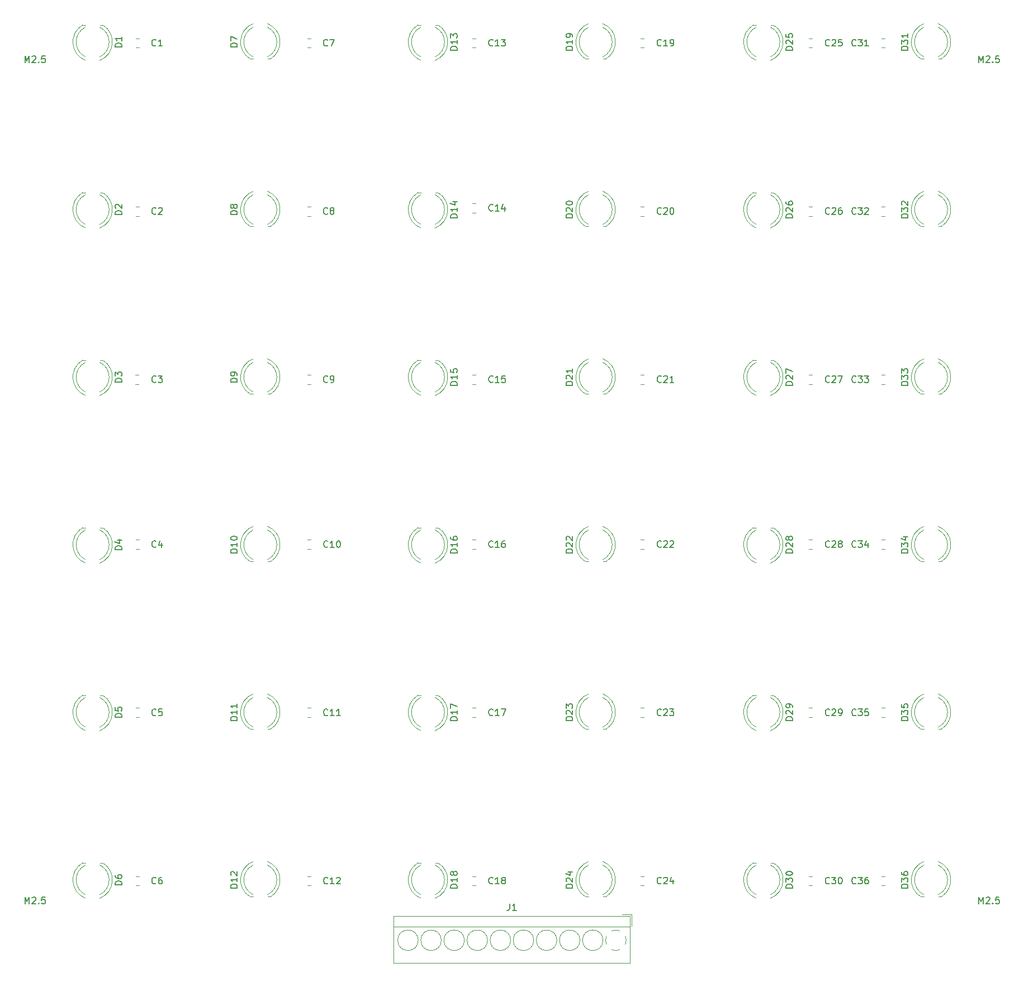
<source format=gbr>
G04 #@! TF.GenerationSoftware,KiCad,Pcbnew,(5.1.5-0-10_14)*
G04 #@! TF.CreationDate,2020-02-07T12:59:51-05:00*
G04 #@! TF.ProjectId,neopixel_array,6e656f70-6978-4656-9c5f-61727261792e,rev?*
G04 #@! TF.SameCoordinates,Original*
G04 #@! TF.FileFunction,Legend,Top*
G04 #@! TF.FilePolarity,Positive*
%FSLAX46Y46*%
G04 Gerber Fmt 4.6, Leading zero omitted, Abs format (unit mm)*
G04 Created by KiCad (PCBNEW (5.1.5-0-10_14)) date 2020-02-07 12:59:51*
%MOMM*%
%LPD*%
G04 APERTURE LIST*
%ADD10C,0.120000*%
%ADD11C,0.150000*%
G04 APERTURE END LIST*
D10*
X206820000Y-159405000D02*
X207285000Y-159405000D01*
X204195000Y-159405000D02*
X204660000Y-159405000D01*
X206820429Y-154590521D02*
G75*
G02X206820000Y-159099684I-1080429J-2254479D01*
G01*
X204659571Y-154590521D02*
G75*
G03X204660000Y-159099684I1080429J-2254479D01*
G01*
X206820827Y-154057185D02*
G75*
G02X207284830Y-159405000I-1080827J-2787815D01*
G01*
X204659173Y-154057185D02*
G75*
G03X204195170Y-159405000I1080827J-2787815D01*
G01*
X79820827Y-32632815D02*
G75*
G03X80284830Y-27285000I-1080827J2787815D01*
G01*
X77659173Y-32632815D02*
G75*
G02X77195170Y-27285000I1080827J2787815D01*
G01*
X79820429Y-32099479D02*
G75*
G03X79820000Y-27590316I-1080429J2254479D01*
G01*
X77659571Y-32099479D02*
G75*
G02X77660000Y-27590316I1080429J2254479D01*
G01*
X80285000Y-27285000D02*
X79820000Y-27285000D01*
X77660000Y-27285000D02*
X77195000Y-27285000D01*
X77660000Y-52685000D02*
X77195000Y-52685000D01*
X80285000Y-52685000D02*
X79820000Y-52685000D01*
X77659571Y-57499479D02*
G75*
G02X77660000Y-52990316I1080429J2254479D01*
G01*
X79820429Y-57499479D02*
G75*
G03X79820000Y-52990316I-1080429J2254479D01*
G01*
X77659173Y-58032815D02*
G75*
G02X77195170Y-52685000I1080827J2787815D01*
G01*
X79820827Y-58032815D02*
G75*
G03X80284830Y-52685000I-1080827J2787815D01*
G01*
X79820827Y-83432815D02*
G75*
G03X80284830Y-78085000I-1080827J2787815D01*
G01*
X77659173Y-83432815D02*
G75*
G02X77195170Y-78085000I1080827J2787815D01*
G01*
X79820429Y-82899479D02*
G75*
G03X79820000Y-78390316I-1080429J2254479D01*
G01*
X77659571Y-82899479D02*
G75*
G02X77660000Y-78390316I1080429J2254479D01*
G01*
X80285000Y-78085000D02*
X79820000Y-78085000D01*
X77660000Y-78085000D02*
X77195000Y-78085000D01*
X77660000Y-103485000D02*
X77195000Y-103485000D01*
X80285000Y-103485000D02*
X79820000Y-103485000D01*
X77659571Y-108299479D02*
G75*
G02X77660000Y-103790316I1080429J2254479D01*
G01*
X79820429Y-108299479D02*
G75*
G03X79820000Y-103790316I-1080429J2254479D01*
G01*
X77659173Y-108832815D02*
G75*
G02X77195170Y-103485000I1080827J2787815D01*
G01*
X79820827Y-108832815D02*
G75*
G03X80284830Y-103485000I-1080827J2787815D01*
G01*
X77660000Y-128885000D02*
X77195000Y-128885000D01*
X80285000Y-128885000D02*
X79820000Y-128885000D01*
X77659571Y-133699479D02*
G75*
G02X77660000Y-129190316I1080429J2254479D01*
G01*
X79820429Y-133699479D02*
G75*
G03X79820000Y-129190316I-1080429J2254479D01*
G01*
X77659173Y-134232815D02*
G75*
G02X77195170Y-128885000I1080827J2787815D01*
G01*
X79820827Y-134232815D02*
G75*
G03X80284830Y-128885000I-1080827J2787815D01*
G01*
X77660000Y-154285000D02*
X77195000Y-154285000D01*
X80285000Y-154285000D02*
X79820000Y-154285000D01*
X77659571Y-159099479D02*
G75*
G02X77660000Y-154590316I1080429J2254479D01*
G01*
X79820429Y-159099479D02*
G75*
G03X79820000Y-154590316I-1080429J2254479D01*
G01*
X77659173Y-159632815D02*
G75*
G02X77195170Y-154285000I1080827J2787815D01*
G01*
X79820827Y-159632815D02*
G75*
G03X80284830Y-154285000I-1080827J2787815D01*
G01*
X103059173Y-27057185D02*
G75*
G03X102595170Y-32405000I1080827J-2787815D01*
G01*
X105220827Y-27057185D02*
G75*
G02X105684830Y-32405000I-1080827J-2787815D01*
G01*
X103059571Y-27590521D02*
G75*
G03X103060000Y-32099684I1080429J-2254479D01*
G01*
X105220429Y-27590521D02*
G75*
G02X105220000Y-32099684I-1080429J-2254479D01*
G01*
X102595000Y-32405000D02*
X103060000Y-32405000D01*
X105220000Y-32405000D02*
X105685000Y-32405000D01*
X105220000Y-57805000D02*
X105685000Y-57805000D01*
X102595000Y-57805000D02*
X103060000Y-57805000D01*
X105220429Y-52990521D02*
G75*
G02X105220000Y-57499684I-1080429J-2254479D01*
G01*
X103059571Y-52990521D02*
G75*
G03X103060000Y-57499684I1080429J-2254479D01*
G01*
X105220827Y-52457185D02*
G75*
G02X105684830Y-57805000I-1080827J-2787815D01*
G01*
X103059173Y-52457185D02*
G75*
G03X102595170Y-57805000I1080827J-2787815D01*
G01*
X103059173Y-77857185D02*
G75*
G03X102595170Y-83205000I1080827J-2787815D01*
G01*
X105220827Y-77857185D02*
G75*
G02X105684830Y-83205000I-1080827J-2787815D01*
G01*
X103059571Y-78390521D02*
G75*
G03X103060000Y-82899684I1080429J-2254479D01*
G01*
X105220429Y-78390521D02*
G75*
G02X105220000Y-82899684I-1080429J-2254479D01*
G01*
X102595000Y-83205000D02*
X103060000Y-83205000D01*
X105220000Y-83205000D02*
X105685000Y-83205000D01*
X105220000Y-108605000D02*
X105685000Y-108605000D01*
X102595000Y-108605000D02*
X103060000Y-108605000D01*
X105220429Y-103790521D02*
G75*
G02X105220000Y-108299684I-1080429J-2254479D01*
G01*
X103059571Y-103790521D02*
G75*
G03X103060000Y-108299684I1080429J-2254479D01*
G01*
X105220827Y-103257185D02*
G75*
G02X105684830Y-108605000I-1080827J-2787815D01*
G01*
X103059173Y-103257185D02*
G75*
G03X102595170Y-108605000I1080827J-2787815D01*
G01*
X105220000Y-134005000D02*
X105685000Y-134005000D01*
X102595000Y-134005000D02*
X103060000Y-134005000D01*
X105220429Y-129190521D02*
G75*
G02X105220000Y-133699684I-1080429J-2254479D01*
G01*
X103059571Y-129190521D02*
G75*
G03X103060000Y-133699684I1080429J-2254479D01*
G01*
X105220827Y-128657185D02*
G75*
G02X105684830Y-134005000I-1080827J-2787815D01*
G01*
X103059173Y-128657185D02*
G75*
G03X102595170Y-134005000I1080827J-2787815D01*
G01*
X105220000Y-159405000D02*
X105685000Y-159405000D01*
X102595000Y-159405000D02*
X103060000Y-159405000D01*
X105220429Y-154590521D02*
G75*
G02X105220000Y-159099684I-1080429J-2254479D01*
G01*
X103059571Y-154590521D02*
G75*
G03X103060000Y-159099684I1080429J-2254479D01*
G01*
X105220827Y-154057185D02*
G75*
G02X105684830Y-159405000I-1080827J-2787815D01*
G01*
X103059173Y-154057185D02*
G75*
G03X102595170Y-159405000I1080827J-2787815D01*
G01*
X130620827Y-32632815D02*
G75*
G03X131084830Y-27285000I-1080827J2787815D01*
G01*
X128459173Y-32632815D02*
G75*
G02X127995170Y-27285000I1080827J2787815D01*
G01*
X130620429Y-32099479D02*
G75*
G03X130620000Y-27590316I-1080429J2254479D01*
G01*
X128459571Y-32099479D02*
G75*
G02X128460000Y-27590316I1080429J2254479D01*
G01*
X131085000Y-27285000D02*
X130620000Y-27285000D01*
X128460000Y-27285000D02*
X127995000Y-27285000D01*
X128460000Y-52685000D02*
X127995000Y-52685000D01*
X131085000Y-52685000D02*
X130620000Y-52685000D01*
X128459571Y-57499479D02*
G75*
G02X128460000Y-52990316I1080429J2254479D01*
G01*
X130620429Y-57499479D02*
G75*
G03X130620000Y-52990316I-1080429J2254479D01*
G01*
X128459173Y-58032815D02*
G75*
G02X127995170Y-52685000I1080827J2787815D01*
G01*
X130620827Y-58032815D02*
G75*
G03X131084830Y-52685000I-1080827J2787815D01*
G01*
X130620827Y-83432815D02*
G75*
G03X131084830Y-78085000I-1080827J2787815D01*
G01*
X128459173Y-83432815D02*
G75*
G02X127995170Y-78085000I1080827J2787815D01*
G01*
X130620429Y-82899479D02*
G75*
G03X130620000Y-78390316I-1080429J2254479D01*
G01*
X128459571Y-82899479D02*
G75*
G02X128460000Y-78390316I1080429J2254479D01*
G01*
X131085000Y-78085000D02*
X130620000Y-78085000D01*
X128460000Y-78085000D02*
X127995000Y-78085000D01*
X128460000Y-103485000D02*
X127995000Y-103485000D01*
X131085000Y-103485000D02*
X130620000Y-103485000D01*
X128459571Y-108299479D02*
G75*
G02X128460000Y-103790316I1080429J2254479D01*
G01*
X130620429Y-108299479D02*
G75*
G03X130620000Y-103790316I-1080429J2254479D01*
G01*
X128459173Y-108832815D02*
G75*
G02X127995170Y-103485000I1080827J2787815D01*
G01*
X130620827Y-108832815D02*
G75*
G03X131084830Y-103485000I-1080827J2787815D01*
G01*
X128460000Y-128885000D02*
X127995000Y-128885000D01*
X131085000Y-128885000D02*
X130620000Y-128885000D01*
X128459571Y-133699479D02*
G75*
G02X128460000Y-129190316I1080429J2254479D01*
G01*
X130620429Y-133699479D02*
G75*
G03X130620000Y-129190316I-1080429J2254479D01*
G01*
X128459173Y-134232815D02*
G75*
G02X127995170Y-128885000I1080827J2787815D01*
G01*
X130620827Y-134232815D02*
G75*
G03X131084830Y-128885000I-1080827J2787815D01*
G01*
X128460000Y-154285000D02*
X127995000Y-154285000D01*
X131085000Y-154285000D02*
X130620000Y-154285000D01*
X128459571Y-159099479D02*
G75*
G02X128460000Y-154590316I1080429J2254479D01*
G01*
X130620429Y-159099479D02*
G75*
G03X130620000Y-154590316I-1080429J2254479D01*
G01*
X128459173Y-159632815D02*
G75*
G02X127995170Y-154285000I1080827J2787815D01*
G01*
X130620827Y-159632815D02*
G75*
G03X131084830Y-154285000I-1080827J2787815D01*
G01*
X156020000Y-32405000D02*
X156485000Y-32405000D01*
X153395000Y-32405000D02*
X153860000Y-32405000D01*
X156020429Y-27590521D02*
G75*
G02X156020000Y-32099684I-1080429J-2254479D01*
G01*
X153859571Y-27590521D02*
G75*
G03X153860000Y-32099684I1080429J-2254479D01*
G01*
X156020827Y-27057185D02*
G75*
G02X156484830Y-32405000I-1080827J-2787815D01*
G01*
X153859173Y-27057185D02*
G75*
G03X153395170Y-32405000I1080827J-2787815D01*
G01*
X156020000Y-57805000D02*
X156485000Y-57805000D01*
X153395000Y-57805000D02*
X153860000Y-57805000D01*
X156020429Y-52990521D02*
G75*
G02X156020000Y-57499684I-1080429J-2254479D01*
G01*
X153859571Y-52990521D02*
G75*
G03X153860000Y-57499684I1080429J-2254479D01*
G01*
X156020827Y-52457185D02*
G75*
G02X156484830Y-57805000I-1080827J-2787815D01*
G01*
X153859173Y-52457185D02*
G75*
G03X153395170Y-57805000I1080827J-2787815D01*
G01*
X153859173Y-77857185D02*
G75*
G03X153395170Y-83205000I1080827J-2787815D01*
G01*
X156020827Y-77857185D02*
G75*
G02X156484830Y-83205000I-1080827J-2787815D01*
G01*
X153859571Y-78390521D02*
G75*
G03X153860000Y-82899684I1080429J-2254479D01*
G01*
X156020429Y-78390521D02*
G75*
G02X156020000Y-82899684I-1080429J-2254479D01*
G01*
X153395000Y-83205000D02*
X153860000Y-83205000D01*
X156020000Y-83205000D02*
X156485000Y-83205000D01*
X156020000Y-108605000D02*
X156485000Y-108605000D01*
X153395000Y-108605000D02*
X153860000Y-108605000D01*
X156020429Y-103790521D02*
G75*
G02X156020000Y-108299684I-1080429J-2254479D01*
G01*
X153859571Y-103790521D02*
G75*
G03X153860000Y-108299684I1080429J-2254479D01*
G01*
X156020827Y-103257185D02*
G75*
G02X156484830Y-108605000I-1080827J-2787815D01*
G01*
X153859173Y-103257185D02*
G75*
G03X153395170Y-108605000I1080827J-2787815D01*
G01*
X156020000Y-134005000D02*
X156485000Y-134005000D01*
X153395000Y-134005000D02*
X153860000Y-134005000D01*
X156020429Y-129190521D02*
G75*
G02X156020000Y-133699684I-1080429J-2254479D01*
G01*
X153859571Y-129190521D02*
G75*
G03X153860000Y-133699684I1080429J-2254479D01*
G01*
X156020827Y-128657185D02*
G75*
G02X156484830Y-134005000I-1080827J-2787815D01*
G01*
X153859173Y-128657185D02*
G75*
G03X153395170Y-134005000I1080827J-2787815D01*
G01*
X156020000Y-159405000D02*
X156485000Y-159405000D01*
X153395000Y-159405000D02*
X153860000Y-159405000D01*
X156020429Y-154590521D02*
G75*
G02X156020000Y-159099684I-1080429J-2254479D01*
G01*
X153859571Y-154590521D02*
G75*
G03X153860000Y-159099684I1080429J-2254479D01*
G01*
X156020827Y-154057185D02*
G75*
G02X156484830Y-159405000I-1080827J-2787815D01*
G01*
X153859173Y-154057185D02*
G75*
G03X153395170Y-159405000I1080827J-2787815D01*
G01*
X181420827Y-32632815D02*
G75*
G03X181884830Y-27285000I-1080827J2787815D01*
G01*
X179259173Y-32632815D02*
G75*
G02X178795170Y-27285000I1080827J2787815D01*
G01*
X181420429Y-32099479D02*
G75*
G03X181420000Y-27590316I-1080429J2254479D01*
G01*
X179259571Y-32099479D02*
G75*
G02X179260000Y-27590316I1080429J2254479D01*
G01*
X181885000Y-27285000D02*
X181420000Y-27285000D01*
X179260000Y-27285000D02*
X178795000Y-27285000D01*
X179260000Y-52685000D02*
X178795000Y-52685000D01*
X181885000Y-52685000D02*
X181420000Y-52685000D01*
X179259571Y-57499479D02*
G75*
G02X179260000Y-52990316I1080429J2254479D01*
G01*
X181420429Y-57499479D02*
G75*
G03X181420000Y-52990316I-1080429J2254479D01*
G01*
X179259173Y-58032815D02*
G75*
G02X178795170Y-52685000I1080827J2787815D01*
G01*
X181420827Y-58032815D02*
G75*
G03X181884830Y-52685000I-1080827J2787815D01*
G01*
X181420827Y-83432815D02*
G75*
G03X181884830Y-78085000I-1080827J2787815D01*
G01*
X179259173Y-83432815D02*
G75*
G02X178795170Y-78085000I1080827J2787815D01*
G01*
X181420429Y-82899479D02*
G75*
G03X181420000Y-78390316I-1080429J2254479D01*
G01*
X179259571Y-82899479D02*
G75*
G02X179260000Y-78390316I1080429J2254479D01*
G01*
X181885000Y-78085000D02*
X181420000Y-78085000D01*
X179260000Y-78085000D02*
X178795000Y-78085000D01*
X179260000Y-103485000D02*
X178795000Y-103485000D01*
X181885000Y-103485000D02*
X181420000Y-103485000D01*
X179259571Y-108299479D02*
G75*
G02X179260000Y-103790316I1080429J2254479D01*
G01*
X181420429Y-108299479D02*
G75*
G03X181420000Y-103790316I-1080429J2254479D01*
G01*
X179259173Y-108832815D02*
G75*
G02X178795170Y-103485000I1080827J2787815D01*
G01*
X181420827Y-108832815D02*
G75*
G03X181884830Y-103485000I-1080827J2787815D01*
G01*
X179260000Y-128885000D02*
X178795000Y-128885000D01*
X181885000Y-128885000D02*
X181420000Y-128885000D01*
X179259571Y-133699479D02*
G75*
G02X179260000Y-129190316I1080429J2254479D01*
G01*
X181420429Y-133699479D02*
G75*
G03X181420000Y-129190316I-1080429J2254479D01*
G01*
X179259173Y-134232815D02*
G75*
G02X178795170Y-128885000I1080827J2787815D01*
G01*
X181420827Y-134232815D02*
G75*
G03X181884830Y-128885000I-1080827J2787815D01*
G01*
X179260000Y-154285000D02*
X178795000Y-154285000D01*
X181885000Y-154285000D02*
X181420000Y-154285000D01*
X179259571Y-159099479D02*
G75*
G02X179260000Y-154590316I1080429J2254479D01*
G01*
X181420429Y-159099479D02*
G75*
G03X181420000Y-154590316I-1080429J2254479D01*
G01*
X179259173Y-159632815D02*
G75*
G02X178795170Y-154285000I1080827J2787815D01*
G01*
X181420827Y-159632815D02*
G75*
G03X181884830Y-154285000I-1080827J2787815D01*
G01*
X204659173Y-27057185D02*
G75*
G03X204195170Y-32405000I1080827J-2787815D01*
G01*
X206820827Y-27057185D02*
G75*
G02X207284830Y-32405000I-1080827J-2787815D01*
G01*
X204659571Y-27590521D02*
G75*
G03X204660000Y-32099684I1080429J-2254479D01*
G01*
X206820429Y-27590521D02*
G75*
G02X206820000Y-32099684I-1080429J-2254479D01*
G01*
X204195000Y-32405000D02*
X204660000Y-32405000D01*
X206820000Y-32405000D02*
X207285000Y-32405000D01*
X206820000Y-57805000D02*
X207285000Y-57805000D01*
X204195000Y-57805000D02*
X204660000Y-57805000D01*
X206820429Y-52990521D02*
G75*
G02X206820000Y-57499684I-1080429J-2254479D01*
G01*
X204659571Y-52990521D02*
G75*
G03X204660000Y-57499684I1080429J-2254479D01*
G01*
X206820827Y-52457185D02*
G75*
G02X207284830Y-57805000I-1080827J-2787815D01*
G01*
X204659173Y-52457185D02*
G75*
G03X204195170Y-57805000I1080827J-2787815D01*
G01*
X204659173Y-77857185D02*
G75*
G03X204195170Y-83205000I1080827J-2787815D01*
G01*
X206820827Y-77857185D02*
G75*
G02X207284830Y-83205000I-1080827J-2787815D01*
G01*
X204659571Y-78390521D02*
G75*
G03X204660000Y-82899684I1080429J-2254479D01*
G01*
X206820429Y-78390521D02*
G75*
G02X206820000Y-82899684I-1080429J-2254479D01*
G01*
X204195000Y-83205000D02*
X204660000Y-83205000D01*
X206820000Y-83205000D02*
X207285000Y-83205000D01*
X206820000Y-108605000D02*
X207285000Y-108605000D01*
X204195000Y-108605000D02*
X204660000Y-108605000D01*
X206820429Y-103790521D02*
G75*
G02X206820000Y-108299684I-1080429J-2254479D01*
G01*
X204659571Y-103790521D02*
G75*
G03X204660000Y-108299684I1080429J-2254479D01*
G01*
X206820827Y-103257185D02*
G75*
G02X207284830Y-108605000I-1080827J-2787815D01*
G01*
X204659173Y-103257185D02*
G75*
G03X204195170Y-108605000I1080827J-2787815D01*
G01*
X206820000Y-134005000D02*
X207285000Y-134005000D01*
X204195000Y-134005000D02*
X204660000Y-134005000D01*
X206820429Y-129190521D02*
G75*
G02X206820000Y-133699684I-1080429J-2254479D01*
G01*
X204659571Y-129190521D02*
G75*
G03X204660000Y-133699684I1080429J-2254479D01*
G01*
X206820827Y-128657185D02*
G75*
G02X207284830Y-134005000I-1080827J-2787815D01*
G01*
X204659173Y-128657185D02*
G75*
G03X204195170Y-134005000I1080827J-2787815D01*
G01*
X160400000Y-162100000D02*
X158900000Y-162100000D01*
X160400000Y-163840000D02*
X160400000Y-162100000D01*
X124340000Y-169460000D02*
X124340000Y-162340000D01*
X160160000Y-169460000D02*
X160160000Y-162340000D01*
X160160000Y-162340000D02*
X124340000Y-162340000D01*
X160160000Y-169460000D02*
X124340000Y-169460000D01*
X160160000Y-163900000D02*
X124340000Y-163900000D01*
X128055000Y-166000000D02*
G75*
G03X128055000Y-166000000I-1555000J0D01*
G01*
X131555000Y-166000000D02*
G75*
G03X131555000Y-166000000I-1555000J0D01*
G01*
X135055000Y-166000000D02*
G75*
G03X135055000Y-166000000I-1555000J0D01*
G01*
X138555000Y-166000000D02*
G75*
G03X138555000Y-166000000I-1555000J0D01*
G01*
X142055000Y-166000000D02*
G75*
G03X142055000Y-166000000I-1555000J0D01*
G01*
X145555000Y-166000000D02*
G75*
G03X145555000Y-166000000I-1555000J0D01*
G01*
X149055000Y-166000000D02*
G75*
G03X149055000Y-166000000I-1555000J0D01*
G01*
X152555000Y-166000000D02*
G75*
G03X152555000Y-166000000I-1555000J0D01*
G01*
X156055000Y-166000000D02*
G75*
G03X156055000Y-166000000I-1555000J0D01*
G01*
X157972989Y-164444508D02*
G75*
G02X158608000Y-164568000I27011J-1555492D01*
G01*
X159432109Y-165392258D02*
G75*
G02X159432000Y-166608000I-1432109J-607742D01*
G01*
X158607742Y-167432109D02*
G75*
G02X157392000Y-167432000I-607742J1432109D01*
G01*
X156567891Y-166607742D02*
G75*
G02X156568000Y-165392000I1432109J607742D01*
G01*
X157392413Y-164568615D02*
G75*
G02X158000000Y-164445000I607587J-1431385D01*
G01*
X198238748Y-157710000D02*
X198761252Y-157710000D01*
X198238748Y-156290000D02*
X198761252Y-156290000D01*
X198238748Y-132210000D02*
X198761252Y-132210000D01*
X198238748Y-130790000D02*
X198761252Y-130790000D01*
X198238748Y-106710000D02*
X198761252Y-106710000D01*
X198238748Y-105290000D02*
X198761252Y-105290000D01*
X198238748Y-81710000D02*
X198761252Y-81710000D01*
X198238748Y-80290000D02*
X198761252Y-80290000D01*
X198238748Y-56210000D02*
X198761252Y-56210000D01*
X198238748Y-54790000D02*
X198761252Y-54790000D01*
X198238748Y-30710000D02*
X198761252Y-30710000D01*
X198238748Y-29290000D02*
X198761252Y-29290000D01*
X187761252Y-156290000D02*
X187238748Y-156290000D01*
X187761252Y-157710000D02*
X187238748Y-157710000D01*
X187761252Y-132210000D02*
X187238748Y-132210000D01*
X187761252Y-130790000D02*
X187238748Y-130790000D01*
X187761252Y-105290000D02*
X187238748Y-105290000D01*
X187761252Y-106710000D02*
X187238748Y-106710000D01*
X187761252Y-80290000D02*
X187238748Y-80290000D01*
X187761252Y-81710000D02*
X187238748Y-81710000D01*
X187761252Y-54790000D02*
X187238748Y-54790000D01*
X187761252Y-56210000D02*
X187238748Y-56210000D01*
X187761252Y-29290000D02*
X187238748Y-29290000D01*
X187761252Y-30710000D02*
X187238748Y-30710000D01*
X162261252Y-156290000D02*
X161738748Y-156290000D01*
X162261252Y-157710000D02*
X161738748Y-157710000D01*
X162261252Y-130790000D02*
X161738748Y-130790000D01*
X162261252Y-132210000D02*
X161738748Y-132210000D01*
X162261252Y-105290000D02*
X161738748Y-105290000D01*
X162261252Y-106710000D02*
X161738748Y-106710000D01*
X162261252Y-80290000D02*
X161738748Y-80290000D01*
X162261252Y-81710000D02*
X161738748Y-81710000D01*
X162261252Y-54790000D02*
X161738748Y-54790000D01*
X162261252Y-56210000D02*
X161738748Y-56210000D01*
X162261252Y-29290000D02*
X161738748Y-29290000D01*
X162261252Y-30710000D02*
X161738748Y-30710000D01*
X136761252Y-156290000D02*
X136238748Y-156290000D01*
X136761252Y-157710000D02*
X136238748Y-157710000D01*
X136761252Y-130790000D02*
X136238748Y-130790000D01*
X136761252Y-132210000D02*
X136238748Y-132210000D01*
X136761252Y-105290000D02*
X136238748Y-105290000D01*
X136761252Y-106710000D02*
X136238748Y-106710000D01*
X136761252Y-80290000D02*
X136238748Y-80290000D01*
X136761252Y-81710000D02*
X136238748Y-81710000D01*
X136761252Y-54290000D02*
X136238748Y-54290000D01*
X136761252Y-55710000D02*
X136238748Y-55710000D01*
X136761252Y-29290000D02*
X136238748Y-29290000D01*
X136761252Y-30710000D02*
X136238748Y-30710000D01*
X111761252Y-157710000D02*
X111238748Y-157710000D01*
X111761252Y-156290000D02*
X111238748Y-156290000D01*
X111761252Y-130790000D02*
X111238748Y-130790000D01*
X111761252Y-132210000D02*
X111238748Y-132210000D01*
X111761252Y-106710000D02*
X111238748Y-106710000D01*
X111761252Y-105290000D02*
X111238748Y-105290000D01*
X111761252Y-81710000D02*
X111238748Y-81710000D01*
X111761252Y-80290000D02*
X111238748Y-80290000D01*
X111761252Y-56210000D02*
X111238748Y-56210000D01*
X111761252Y-54790000D02*
X111238748Y-54790000D01*
X111761252Y-30710000D02*
X111238748Y-30710000D01*
X111761252Y-29290000D02*
X111238748Y-29290000D01*
X85761252Y-156290000D02*
X85238748Y-156290000D01*
X85761252Y-157710000D02*
X85238748Y-157710000D01*
X85761252Y-132210000D02*
X85238748Y-132210000D01*
X85761252Y-130790000D02*
X85238748Y-130790000D01*
X85761252Y-105290000D02*
X85238748Y-105290000D01*
X85761252Y-106710000D02*
X85238748Y-106710000D01*
X85736252Y-80290000D02*
X85213748Y-80290000D01*
X85736252Y-81710000D02*
X85213748Y-81710000D01*
X85761252Y-54790000D02*
X85238748Y-54790000D01*
X85761252Y-56210000D02*
X85238748Y-56210000D01*
X85761252Y-29290000D02*
X85238748Y-29290000D01*
X85761252Y-30710000D02*
X85238748Y-30710000D01*
D11*
X68476190Y-32952380D02*
X68476190Y-31952380D01*
X68809523Y-32666666D01*
X69142857Y-31952380D01*
X69142857Y-32952380D01*
X69571428Y-32047619D02*
X69619047Y-32000000D01*
X69714285Y-31952380D01*
X69952380Y-31952380D01*
X70047619Y-32000000D01*
X70095238Y-32047619D01*
X70142857Y-32142857D01*
X70142857Y-32238095D01*
X70095238Y-32380952D01*
X69523809Y-32952380D01*
X70142857Y-32952380D01*
X70571428Y-32857142D02*
X70619047Y-32904761D01*
X70571428Y-32952380D01*
X70523809Y-32904761D01*
X70571428Y-32857142D01*
X70571428Y-32952380D01*
X71523809Y-31952380D02*
X71047619Y-31952380D01*
X71000000Y-32428571D01*
X71047619Y-32380952D01*
X71142857Y-32333333D01*
X71380952Y-32333333D01*
X71476190Y-32380952D01*
X71523809Y-32428571D01*
X71571428Y-32523809D01*
X71571428Y-32761904D01*
X71523809Y-32857142D01*
X71476190Y-32904761D01*
X71380952Y-32952380D01*
X71142857Y-32952380D01*
X71047619Y-32904761D01*
X71000000Y-32857142D01*
X68476190Y-160452380D02*
X68476190Y-159452380D01*
X68809523Y-160166666D01*
X69142857Y-159452380D01*
X69142857Y-160452380D01*
X69571428Y-159547619D02*
X69619047Y-159500000D01*
X69714285Y-159452380D01*
X69952380Y-159452380D01*
X70047619Y-159500000D01*
X70095238Y-159547619D01*
X70142857Y-159642857D01*
X70142857Y-159738095D01*
X70095238Y-159880952D01*
X69523809Y-160452380D01*
X70142857Y-160452380D01*
X70571428Y-160357142D02*
X70619047Y-160404761D01*
X70571428Y-160452380D01*
X70523809Y-160404761D01*
X70571428Y-160357142D01*
X70571428Y-160452380D01*
X71523809Y-159452380D02*
X71047619Y-159452380D01*
X71000000Y-159928571D01*
X71047619Y-159880952D01*
X71142857Y-159833333D01*
X71380952Y-159833333D01*
X71476190Y-159880952D01*
X71523809Y-159928571D01*
X71571428Y-160023809D01*
X71571428Y-160261904D01*
X71523809Y-160357142D01*
X71476190Y-160404761D01*
X71380952Y-160452380D01*
X71142857Y-160452380D01*
X71047619Y-160404761D01*
X71000000Y-160357142D01*
X212976190Y-160452380D02*
X212976190Y-159452380D01*
X213309523Y-160166666D01*
X213642857Y-159452380D01*
X213642857Y-160452380D01*
X214071428Y-159547619D02*
X214119047Y-159500000D01*
X214214285Y-159452380D01*
X214452380Y-159452380D01*
X214547619Y-159500000D01*
X214595238Y-159547619D01*
X214642857Y-159642857D01*
X214642857Y-159738095D01*
X214595238Y-159880952D01*
X214023809Y-160452380D01*
X214642857Y-160452380D01*
X215071428Y-160357142D02*
X215119047Y-160404761D01*
X215071428Y-160452380D01*
X215023809Y-160404761D01*
X215071428Y-160357142D01*
X215071428Y-160452380D01*
X216023809Y-159452380D02*
X215547619Y-159452380D01*
X215500000Y-159928571D01*
X215547619Y-159880952D01*
X215642857Y-159833333D01*
X215880952Y-159833333D01*
X215976190Y-159880952D01*
X216023809Y-159928571D01*
X216071428Y-160023809D01*
X216071428Y-160261904D01*
X216023809Y-160357142D01*
X215976190Y-160404761D01*
X215880952Y-160452380D01*
X215642857Y-160452380D01*
X215547619Y-160404761D01*
X215500000Y-160357142D01*
X212976190Y-32952380D02*
X212976190Y-31952380D01*
X213309523Y-32666666D01*
X213642857Y-31952380D01*
X213642857Y-32952380D01*
X214071428Y-32047619D02*
X214119047Y-32000000D01*
X214214285Y-31952380D01*
X214452380Y-31952380D01*
X214547619Y-32000000D01*
X214595238Y-32047619D01*
X214642857Y-32142857D01*
X214642857Y-32238095D01*
X214595238Y-32380952D01*
X214023809Y-32952380D01*
X214642857Y-32952380D01*
X215071428Y-32857142D02*
X215119047Y-32904761D01*
X215071428Y-32952380D01*
X215023809Y-32904761D01*
X215071428Y-32857142D01*
X215071428Y-32952380D01*
X216023809Y-31952380D02*
X215547619Y-31952380D01*
X215500000Y-32428571D01*
X215547619Y-32380952D01*
X215642857Y-32333333D01*
X215880952Y-32333333D01*
X215976190Y-32380952D01*
X216023809Y-32428571D01*
X216071428Y-32523809D01*
X216071428Y-32761904D01*
X216023809Y-32857142D01*
X215976190Y-32904761D01*
X215880952Y-32952380D01*
X215642857Y-32952380D01*
X215547619Y-32904761D01*
X215500000Y-32857142D01*
X202232380Y-158059285D02*
X201232380Y-158059285D01*
X201232380Y-157821190D01*
X201280000Y-157678333D01*
X201375238Y-157583095D01*
X201470476Y-157535476D01*
X201660952Y-157487857D01*
X201803809Y-157487857D01*
X201994285Y-157535476D01*
X202089523Y-157583095D01*
X202184761Y-157678333D01*
X202232380Y-157821190D01*
X202232380Y-158059285D01*
X201232380Y-157154523D02*
X201232380Y-156535476D01*
X201613333Y-156868809D01*
X201613333Y-156725952D01*
X201660952Y-156630714D01*
X201708571Y-156583095D01*
X201803809Y-156535476D01*
X202041904Y-156535476D01*
X202137142Y-156583095D01*
X202184761Y-156630714D01*
X202232380Y-156725952D01*
X202232380Y-157011666D01*
X202184761Y-157106904D01*
X202137142Y-157154523D01*
X201232380Y-155678333D02*
X201232380Y-155868809D01*
X201280000Y-155964047D01*
X201327619Y-156011666D01*
X201470476Y-156106904D01*
X201660952Y-156154523D01*
X202041904Y-156154523D01*
X202137142Y-156106904D01*
X202184761Y-156059285D01*
X202232380Y-155964047D01*
X202232380Y-155773571D01*
X202184761Y-155678333D01*
X202137142Y-155630714D01*
X202041904Y-155583095D01*
X201803809Y-155583095D01*
X201708571Y-155630714D01*
X201660952Y-155678333D01*
X201613333Y-155773571D01*
X201613333Y-155964047D01*
X201660952Y-156059285D01*
X201708571Y-156106904D01*
X201803809Y-156154523D01*
X83152380Y-30583095D02*
X82152380Y-30583095D01*
X82152380Y-30345000D01*
X82200000Y-30202142D01*
X82295238Y-30106904D01*
X82390476Y-30059285D01*
X82580952Y-30011666D01*
X82723809Y-30011666D01*
X82914285Y-30059285D01*
X83009523Y-30106904D01*
X83104761Y-30202142D01*
X83152380Y-30345000D01*
X83152380Y-30583095D01*
X83152380Y-29059285D02*
X83152380Y-29630714D01*
X83152380Y-29345000D02*
X82152380Y-29345000D01*
X82295238Y-29440238D01*
X82390476Y-29535476D01*
X82438095Y-29630714D01*
X83152380Y-55983095D02*
X82152380Y-55983095D01*
X82152380Y-55745000D01*
X82200000Y-55602142D01*
X82295238Y-55506904D01*
X82390476Y-55459285D01*
X82580952Y-55411666D01*
X82723809Y-55411666D01*
X82914285Y-55459285D01*
X83009523Y-55506904D01*
X83104761Y-55602142D01*
X83152380Y-55745000D01*
X83152380Y-55983095D01*
X82247619Y-55030714D02*
X82200000Y-54983095D01*
X82152380Y-54887857D01*
X82152380Y-54649761D01*
X82200000Y-54554523D01*
X82247619Y-54506904D01*
X82342857Y-54459285D01*
X82438095Y-54459285D01*
X82580952Y-54506904D01*
X83152380Y-55078333D01*
X83152380Y-54459285D01*
X83152380Y-81383095D02*
X82152380Y-81383095D01*
X82152380Y-81145000D01*
X82200000Y-81002142D01*
X82295238Y-80906904D01*
X82390476Y-80859285D01*
X82580952Y-80811666D01*
X82723809Y-80811666D01*
X82914285Y-80859285D01*
X83009523Y-80906904D01*
X83104761Y-81002142D01*
X83152380Y-81145000D01*
X83152380Y-81383095D01*
X82152380Y-80478333D02*
X82152380Y-79859285D01*
X82533333Y-80192619D01*
X82533333Y-80049761D01*
X82580952Y-79954523D01*
X82628571Y-79906904D01*
X82723809Y-79859285D01*
X82961904Y-79859285D01*
X83057142Y-79906904D01*
X83104761Y-79954523D01*
X83152380Y-80049761D01*
X83152380Y-80335476D01*
X83104761Y-80430714D01*
X83057142Y-80478333D01*
X83152380Y-106783095D02*
X82152380Y-106783095D01*
X82152380Y-106545000D01*
X82200000Y-106402142D01*
X82295238Y-106306904D01*
X82390476Y-106259285D01*
X82580952Y-106211666D01*
X82723809Y-106211666D01*
X82914285Y-106259285D01*
X83009523Y-106306904D01*
X83104761Y-106402142D01*
X83152380Y-106545000D01*
X83152380Y-106783095D01*
X82485714Y-105354523D02*
X83152380Y-105354523D01*
X82104761Y-105592619D02*
X82819047Y-105830714D01*
X82819047Y-105211666D01*
X83152380Y-132183095D02*
X82152380Y-132183095D01*
X82152380Y-131945000D01*
X82200000Y-131802142D01*
X82295238Y-131706904D01*
X82390476Y-131659285D01*
X82580952Y-131611666D01*
X82723809Y-131611666D01*
X82914285Y-131659285D01*
X83009523Y-131706904D01*
X83104761Y-131802142D01*
X83152380Y-131945000D01*
X83152380Y-132183095D01*
X82152380Y-130706904D02*
X82152380Y-131183095D01*
X82628571Y-131230714D01*
X82580952Y-131183095D01*
X82533333Y-131087857D01*
X82533333Y-130849761D01*
X82580952Y-130754523D01*
X82628571Y-130706904D01*
X82723809Y-130659285D01*
X82961904Y-130659285D01*
X83057142Y-130706904D01*
X83104761Y-130754523D01*
X83152380Y-130849761D01*
X83152380Y-131087857D01*
X83104761Y-131183095D01*
X83057142Y-131230714D01*
X83152380Y-157583095D02*
X82152380Y-157583095D01*
X82152380Y-157345000D01*
X82200000Y-157202142D01*
X82295238Y-157106904D01*
X82390476Y-157059285D01*
X82580952Y-157011666D01*
X82723809Y-157011666D01*
X82914285Y-157059285D01*
X83009523Y-157106904D01*
X83104761Y-157202142D01*
X83152380Y-157345000D01*
X83152380Y-157583095D01*
X82152380Y-156154523D02*
X82152380Y-156345000D01*
X82200000Y-156440238D01*
X82247619Y-156487857D01*
X82390476Y-156583095D01*
X82580952Y-156630714D01*
X82961904Y-156630714D01*
X83057142Y-156583095D01*
X83104761Y-156535476D01*
X83152380Y-156440238D01*
X83152380Y-156249761D01*
X83104761Y-156154523D01*
X83057142Y-156106904D01*
X82961904Y-156059285D01*
X82723809Y-156059285D01*
X82628571Y-156106904D01*
X82580952Y-156154523D01*
X82533333Y-156249761D01*
X82533333Y-156440238D01*
X82580952Y-156535476D01*
X82628571Y-156583095D01*
X82723809Y-156630714D01*
X100632380Y-30583095D02*
X99632380Y-30583095D01*
X99632380Y-30345000D01*
X99680000Y-30202142D01*
X99775238Y-30106904D01*
X99870476Y-30059285D01*
X100060952Y-30011666D01*
X100203809Y-30011666D01*
X100394285Y-30059285D01*
X100489523Y-30106904D01*
X100584761Y-30202142D01*
X100632380Y-30345000D01*
X100632380Y-30583095D01*
X99632380Y-29678333D02*
X99632380Y-29011666D01*
X100632380Y-29440238D01*
X100632380Y-55983095D02*
X99632380Y-55983095D01*
X99632380Y-55745000D01*
X99680000Y-55602142D01*
X99775238Y-55506904D01*
X99870476Y-55459285D01*
X100060952Y-55411666D01*
X100203809Y-55411666D01*
X100394285Y-55459285D01*
X100489523Y-55506904D01*
X100584761Y-55602142D01*
X100632380Y-55745000D01*
X100632380Y-55983095D01*
X100060952Y-54840238D02*
X100013333Y-54935476D01*
X99965714Y-54983095D01*
X99870476Y-55030714D01*
X99822857Y-55030714D01*
X99727619Y-54983095D01*
X99680000Y-54935476D01*
X99632380Y-54840238D01*
X99632380Y-54649761D01*
X99680000Y-54554523D01*
X99727619Y-54506904D01*
X99822857Y-54459285D01*
X99870476Y-54459285D01*
X99965714Y-54506904D01*
X100013333Y-54554523D01*
X100060952Y-54649761D01*
X100060952Y-54840238D01*
X100108571Y-54935476D01*
X100156190Y-54983095D01*
X100251428Y-55030714D01*
X100441904Y-55030714D01*
X100537142Y-54983095D01*
X100584761Y-54935476D01*
X100632380Y-54840238D01*
X100632380Y-54649761D01*
X100584761Y-54554523D01*
X100537142Y-54506904D01*
X100441904Y-54459285D01*
X100251428Y-54459285D01*
X100156190Y-54506904D01*
X100108571Y-54554523D01*
X100060952Y-54649761D01*
X100632380Y-81383095D02*
X99632380Y-81383095D01*
X99632380Y-81145000D01*
X99680000Y-81002142D01*
X99775238Y-80906904D01*
X99870476Y-80859285D01*
X100060952Y-80811666D01*
X100203809Y-80811666D01*
X100394285Y-80859285D01*
X100489523Y-80906904D01*
X100584761Y-81002142D01*
X100632380Y-81145000D01*
X100632380Y-81383095D01*
X100632380Y-80335476D02*
X100632380Y-80145000D01*
X100584761Y-80049761D01*
X100537142Y-80002142D01*
X100394285Y-79906904D01*
X100203809Y-79859285D01*
X99822857Y-79859285D01*
X99727619Y-79906904D01*
X99680000Y-79954523D01*
X99632380Y-80049761D01*
X99632380Y-80240238D01*
X99680000Y-80335476D01*
X99727619Y-80383095D01*
X99822857Y-80430714D01*
X100060952Y-80430714D01*
X100156190Y-80383095D01*
X100203809Y-80335476D01*
X100251428Y-80240238D01*
X100251428Y-80049761D01*
X100203809Y-79954523D01*
X100156190Y-79906904D01*
X100060952Y-79859285D01*
X100632380Y-107259285D02*
X99632380Y-107259285D01*
X99632380Y-107021190D01*
X99680000Y-106878333D01*
X99775238Y-106783095D01*
X99870476Y-106735476D01*
X100060952Y-106687857D01*
X100203809Y-106687857D01*
X100394285Y-106735476D01*
X100489523Y-106783095D01*
X100584761Y-106878333D01*
X100632380Y-107021190D01*
X100632380Y-107259285D01*
X100632380Y-105735476D02*
X100632380Y-106306904D01*
X100632380Y-106021190D02*
X99632380Y-106021190D01*
X99775238Y-106116428D01*
X99870476Y-106211666D01*
X99918095Y-106306904D01*
X99632380Y-105116428D02*
X99632380Y-105021190D01*
X99680000Y-104925952D01*
X99727619Y-104878333D01*
X99822857Y-104830714D01*
X100013333Y-104783095D01*
X100251428Y-104783095D01*
X100441904Y-104830714D01*
X100537142Y-104878333D01*
X100584761Y-104925952D01*
X100632380Y-105021190D01*
X100632380Y-105116428D01*
X100584761Y-105211666D01*
X100537142Y-105259285D01*
X100441904Y-105306904D01*
X100251428Y-105354523D01*
X100013333Y-105354523D01*
X99822857Y-105306904D01*
X99727619Y-105259285D01*
X99680000Y-105211666D01*
X99632380Y-105116428D01*
X100632380Y-132659285D02*
X99632380Y-132659285D01*
X99632380Y-132421190D01*
X99680000Y-132278333D01*
X99775238Y-132183095D01*
X99870476Y-132135476D01*
X100060952Y-132087857D01*
X100203809Y-132087857D01*
X100394285Y-132135476D01*
X100489523Y-132183095D01*
X100584761Y-132278333D01*
X100632380Y-132421190D01*
X100632380Y-132659285D01*
X100632380Y-131135476D02*
X100632380Y-131706904D01*
X100632380Y-131421190D02*
X99632380Y-131421190D01*
X99775238Y-131516428D01*
X99870476Y-131611666D01*
X99918095Y-131706904D01*
X100632380Y-130183095D02*
X100632380Y-130754523D01*
X100632380Y-130468809D02*
X99632380Y-130468809D01*
X99775238Y-130564047D01*
X99870476Y-130659285D01*
X99918095Y-130754523D01*
X100632380Y-158059285D02*
X99632380Y-158059285D01*
X99632380Y-157821190D01*
X99680000Y-157678333D01*
X99775238Y-157583095D01*
X99870476Y-157535476D01*
X100060952Y-157487857D01*
X100203809Y-157487857D01*
X100394285Y-157535476D01*
X100489523Y-157583095D01*
X100584761Y-157678333D01*
X100632380Y-157821190D01*
X100632380Y-158059285D01*
X100632380Y-156535476D02*
X100632380Y-157106904D01*
X100632380Y-156821190D02*
X99632380Y-156821190D01*
X99775238Y-156916428D01*
X99870476Y-157011666D01*
X99918095Y-157106904D01*
X99727619Y-156154523D02*
X99680000Y-156106904D01*
X99632380Y-156011666D01*
X99632380Y-155773571D01*
X99680000Y-155678333D01*
X99727619Y-155630714D01*
X99822857Y-155583095D01*
X99918095Y-155583095D01*
X100060952Y-155630714D01*
X100632380Y-156202142D01*
X100632380Y-155583095D01*
X133952380Y-31059285D02*
X132952380Y-31059285D01*
X132952380Y-30821190D01*
X133000000Y-30678333D01*
X133095238Y-30583095D01*
X133190476Y-30535476D01*
X133380952Y-30487857D01*
X133523809Y-30487857D01*
X133714285Y-30535476D01*
X133809523Y-30583095D01*
X133904761Y-30678333D01*
X133952380Y-30821190D01*
X133952380Y-31059285D01*
X133952380Y-29535476D02*
X133952380Y-30106904D01*
X133952380Y-29821190D02*
X132952380Y-29821190D01*
X133095238Y-29916428D01*
X133190476Y-30011666D01*
X133238095Y-30106904D01*
X132952380Y-29202142D02*
X132952380Y-28583095D01*
X133333333Y-28916428D01*
X133333333Y-28773571D01*
X133380952Y-28678333D01*
X133428571Y-28630714D01*
X133523809Y-28583095D01*
X133761904Y-28583095D01*
X133857142Y-28630714D01*
X133904761Y-28678333D01*
X133952380Y-28773571D01*
X133952380Y-29059285D01*
X133904761Y-29154523D01*
X133857142Y-29202142D01*
X133952380Y-56459285D02*
X132952380Y-56459285D01*
X132952380Y-56221190D01*
X133000000Y-56078333D01*
X133095238Y-55983095D01*
X133190476Y-55935476D01*
X133380952Y-55887857D01*
X133523809Y-55887857D01*
X133714285Y-55935476D01*
X133809523Y-55983095D01*
X133904761Y-56078333D01*
X133952380Y-56221190D01*
X133952380Y-56459285D01*
X133952380Y-54935476D02*
X133952380Y-55506904D01*
X133952380Y-55221190D02*
X132952380Y-55221190D01*
X133095238Y-55316428D01*
X133190476Y-55411666D01*
X133238095Y-55506904D01*
X133285714Y-54078333D02*
X133952380Y-54078333D01*
X132904761Y-54316428D02*
X133619047Y-54554523D01*
X133619047Y-53935476D01*
X133952380Y-81859285D02*
X132952380Y-81859285D01*
X132952380Y-81621190D01*
X133000000Y-81478333D01*
X133095238Y-81383095D01*
X133190476Y-81335476D01*
X133380952Y-81287857D01*
X133523809Y-81287857D01*
X133714285Y-81335476D01*
X133809523Y-81383095D01*
X133904761Y-81478333D01*
X133952380Y-81621190D01*
X133952380Y-81859285D01*
X133952380Y-80335476D02*
X133952380Y-80906904D01*
X133952380Y-80621190D02*
X132952380Y-80621190D01*
X133095238Y-80716428D01*
X133190476Y-80811666D01*
X133238095Y-80906904D01*
X132952380Y-79430714D02*
X132952380Y-79906904D01*
X133428571Y-79954523D01*
X133380952Y-79906904D01*
X133333333Y-79811666D01*
X133333333Y-79573571D01*
X133380952Y-79478333D01*
X133428571Y-79430714D01*
X133523809Y-79383095D01*
X133761904Y-79383095D01*
X133857142Y-79430714D01*
X133904761Y-79478333D01*
X133952380Y-79573571D01*
X133952380Y-79811666D01*
X133904761Y-79906904D01*
X133857142Y-79954523D01*
X133952380Y-107259285D02*
X132952380Y-107259285D01*
X132952380Y-107021190D01*
X133000000Y-106878333D01*
X133095238Y-106783095D01*
X133190476Y-106735476D01*
X133380952Y-106687857D01*
X133523809Y-106687857D01*
X133714285Y-106735476D01*
X133809523Y-106783095D01*
X133904761Y-106878333D01*
X133952380Y-107021190D01*
X133952380Y-107259285D01*
X133952380Y-105735476D02*
X133952380Y-106306904D01*
X133952380Y-106021190D02*
X132952380Y-106021190D01*
X133095238Y-106116428D01*
X133190476Y-106211666D01*
X133238095Y-106306904D01*
X132952380Y-104878333D02*
X132952380Y-105068809D01*
X133000000Y-105164047D01*
X133047619Y-105211666D01*
X133190476Y-105306904D01*
X133380952Y-105354523D01*
X133761904Y-105354523D01*
X133857142Y-105306904D01*
X133904761Y-105259285D01*
X133952380Y-105164047D01*
X133952380Y-104973571D01*
X133904761Y-104878333D01*
X133857142Y-104830714D01*
X133761904Y-104783095D01*
X133523809Y-104783095D01*
X133428571Y-104830714D01*
X133380952Y-104878333D01*
X133333333Y-104973571D01*
X133333333Y-105164047D01*
X133380952Y-105259285D01*
X133428571Y-105306904D01*
X133523809Y-105354523D01*
X133952380Y-132659285D02*
X132952380Y-132659285D01*
X132952380Y-132421190D01*
X133000000Y-132278333D01*
X133095238Y-132183095D01*
X133190476Y-132135476D01*
X133380952Y-132087857D01*
X133523809Y-132087857D01*
X133714285Y-132135476D01*
X133809523Y-132183095D01*
X133904761Y-132278333D01*
X133952380Y-132421190D01*
X133952380Y-132659285D01*
X133952380Y-131135476D02*
X133952380Y-131706904D01*
X133952380Y-131421190D02*
X132952380Y-131421190D01*
X133095238Y-131516428D01*
X133190476Y-131611666D01*
X133238095Y-131706904D01*
X132952380Y-130802142D02*
X132952380Y-130135476D01*
X133952380Y-130564047D01*
X133952380Y-158059285D02*
X132952380Y-158059285D01*
X132952380Y-157821190D01*
X133000000Y-157678333D01*
X133095238Y-157583095D01*
X133190476Y-157535476D01*
X133380952Y-157487857D01*
X133523809Y-157487857D01*
X133714285Y-157535476D01*
X133809523Y-157583095D01*
X133904761Y-157678333D01*
X133952380Y-157821190D01*
X133952380Y-158059285D01*
X133952380Y-156535476D02*
X133952380Y-157106904D01*
X133952380Y-156821190D02*
X132952380Y-156821190D01*
X133095238Y-156916428D01*
X133190476Y-157011666D01*
X133238095Y-157106904D01*
X133380952Y-155964047D02*
X133333333Y-156059285D01*
X133285714Y-156106904D01*
X133190476Y-156154523D01*
X133142857Y-156154523D01*
X133047619Y-156106904D01*
X133000000Y-156059285D01*
X132952380Y-155964047D01*
X132952380Y-155773571D01*
X133000000Y-155678333D01*
X133047619Y-155630714D01*
X133142857Y-155583095D01*
X133190476Y-155583095D01*
X133285714Y-155630714D01*
X133333333Y-155678333D01*
X133380952Y-155773571D01*
X133380952Y-155964047D01*
X133428571Y-156059285D01*
X133476190Y-156106904D01*
X133571428Y-156154523D01*
X133761904Y-156154523D01*
X133857142Y-156106904D01*
X133904761Y-156059285D01*
X133952380Y-155964047D01*
X133952380Y-155773571D01*
X133904761Y-155678333D01*
X133857142Y-155630714D01*
X133761904Y-155583095D01*
X133571428Y-155583095D01*
X133476190Y-155630714D01*
X133428571Y-155678333D01*
X133380952Y-155773571D01*
X151432380Y-31059285D02*
X150432380Y-31059285D01*
X150432380Y-30821190D01*
X150480000Y-30678333D01*
X150575238Y-30583095D01*
X150670476Y-30535476D01*
X150860952Y-30487857D01*
X151003809Y-30487857D01*
X151194285Y-30535476D01*
X151289523Y-30583095D01*
X151384761Y-30678333D01*
X151432380Y-30821190D01*
X151432380Y-31059285D01*
X151432380Y-29535476D02*
X151432380Y-30106904D01*
X151432380Y-29821190D02*
X150432380Y-29821190D01*
X150575238Y-29916428D01*
X150670476Y-30011666D01*
X150718095Y-30106904D01*
X151432380Y-29059285D02*
X151432380Y-28868809D01*
X151384761Y-28773571D01*
X151337142Y-28725952D01*
X151194285Y-28630714D01*
X151003809Y-28583095D01*
X150622857Y-28583095D01*
X150527619Y-28630714D01*
X150480000Y-28678333D01*
X150432380Y-28773571D01*
X150432380Y-28964047D01*
X150480000Y-29059285D01*
X150527619Y-29106904D01*
X150622857Y-29154523D01*
X150860952Y-29154523D01*
X150956190Y-29106904D01*
X151003809Y-29059285D01*
X151051428Y-28964047D01*
X151051428Y-28773571D01*
X151003809Y-28678333D01*
X150956190Y-28630714D01*
X150860952Y-28583095D01*
X151432380Y-56459285D02*
X150432380Y-56459285D01*
X150432380Y-56221190D01*
X150480000Y-56078333D01*
X150575238Y-55983095D01*
X150670476Y-55935476D01*
X150860952Y-55887857D01*
X151003809Y-55887857D01*
X151194285Y-55935476D01*
X151289523Y-55983095D01*
X151384761Y-56078333D01*
X151432380Y-56221190D01*
X151432380Y-56459285D01*
X150527619Y-55506904D02*
X150480000Y-55459285D01*
X150432380Y-55364047D01*
X150432380Y-55125952D01*
X150480000Y-55030714D01*
X150527619Y-54983095D01*
X150622857Y-54935476D01*
X150718095Y-54935476D01*
X150860952Y-54983095D01*
X151432380Y-55554523D01*
X151432380Y-54935476D01*
X150432380Y-54316428D02*
X150432380Y-54221190D01*
X150480000Y-54125952D01*
X150527619Y-54078333D01*
X150622857Y-54030714D01*
X150813333Y-53983095D01*
X151051428Y-53983095D01*
X151241904Y-54030714D01*
X151337142Y-54078333D01*
X151384761Y-54125952D01*
X151432380Y-54221190D01*
X151432380Y-54316428D01*
X151384761Y-54411666D01*
X151337142Y-54459285D01*
X151241904Y-54506904D01*
X151051428Y-54554523D01*
X150813333Y-54554523D01*
X150622857Y-54506904D01*
X150527619Y-54459285D01*
X150480000Y-54411666D01*
X150432380Y-54316428D01*
X151432380Y-81859285D02*
X150432380Y-81859285D01*
X150432380Y-81621190D01*
X150480000Y-81478333D01*
X150575238Y-81383095D01*
X150670476Y-81335476D01*
X150860952Y-81287857D01*
X151003809Y-81287857D01*
X151194285Y-81335476D01*
X151289523Y-81383095D01*
X151384761Y-81478333D01*
X151432380Y-81621190D01*
X151432380Y-81859285D01*
X150527619Y-80906904D02*
X150480000Y-80859285D01*
X150432380Y-80764047D01*
X150432380Y-80525952D01*
X150480000Y-80430714D01*
X150527619Y-80383095D01*
X150622857Y-80335476D01*
X150718095Y-80335476D01*
X150860952Y-80383095D01*
X151432380Y-80954523D01*
X151432380Y-80335476D01*
X151432380Y-79383095D02*
X151432380Y-79954523D01*
X151432380Y-79668809D02*
X150432380Y-79668809D01*
X150575238Y-79764047D01*
X150670476Y-79859285D01*
X150718095Y-79954523D01*
X151432380Y-107259285D02*
X150432380Y-107259285D01*
X150432380Y-107021190D01*
X150480000Y-106878333D01*
X150575238Y-106783095D01*
X150670476Y-106735476D01*
X150860952Y-106687857D01*
X151003809Y-106687857D01*
X151194285Y-106735476D01*
X151289523Y-106783095D01*
X151384761Y-106878333D01*
X151432380Y-107021190D01*
X151432380Y-107259285D01*
X150527619Y-106306904D02*
X150480000Y-106259285D01*
X150432380Y-106164047D01*
X150432380Y-105925952D01*
X150480000Y-105830714D01*
X150527619Y-105783095D01*
X150622857Y-105735476D01*
X150718095Y-105735476D01*
X150860952Y-105783095D01*
X151432380Y-106354523D01*
X151432380Y-105735476D01*
X150527619Y-105354523D02*
X150480000Y-105306904D01*
X150432380Y-105211666D01*
X150432380Y-104973571D01*
X150480000Y-104878333D01*
X150527619Y-104830714D01*
X150622857Y-104783095D01*
X150718095Y-104783095D01*
X150860952Y-104830714D01*
X151432380Y-105402142D01*
X151432380Y-104783095D01*
X151432380Y-132659285D02*
X150432380Y-132659285D01*
X150432380Y-132421190D01*
X150480000Y-132278333D01*
X150575238Y-132183095D01*
X150670476Y-132135476D01*
X150860952Y-132087857D01*
X151003809Y-132087857D01*
X151194285Y-132135476D01*
X151289523Y-132183095D01*
X151384761Y-132278333D01*
X151432380Y-132421190D01*
X151432380Y-132659285D01*
X150527619Y-131706904D02*
X150480000Y-131659285D01*
X150432380Y-131564047D01*
X150432380Y-131325952D01*
X150480000Y-131230714D01*
X150527619Y-131183095D01*
X150622857Y-131135476D01*
X150718095Y-131135476D01*
X150860952Y-131183095D01*
X151432380Y-131754523D01*
X151432380Y-131135476D01*
X150432380Y-130802142D02*
X150432380Y-130183095D01*
X150813333Y-130516428D01*
X150813333Y-130373571D01*
X150860952Y-130278333D01*
X150908571Y-130230714D01*
X151003809Y-130183095D01*
X151241904Y-130183095D01*
X151337142Y-130230714D01*
X151384761Y-130278333D01*
X151432380Y-130373571D01*
X151432380Y-130659285D01*
X151384761Y-130754523D01*
X151337142Y-130802142D01*
X151432380Y-158059285D02*
X150432380Y-158059285D01*
X150432380Y-157821190D01*
X150480000Y-157678333D01*
X150575238Y-157583095D01*
X150670476Y-157535476D01*
X150860952Y-157487857D01*
X151003809Y-157487857D01*
X151194285Y-157535476D01*
X151289523Y-157583095D01*
X151384761Y-157678333D01*
X151432380Y-157821190D01*
X151432380Y-158059285D01*
X150527619Y-157106904D02*
X150480000Y-157059285D01*
X150432380Y-156964047D01*
X150432380Y-156725952D01*
X150480000Y-156630714D01*
X150527619Y-156583095D01*
X150622857Y-156535476D01*
X150718095Y-156535476D01*
X150860952Y-156583095D01*
X151432380Y-157154523D01*
X151432380Y-156535476D01*
X150765714Y-155678333D02*
X151432380Y-155678333D01*
X150384761Y-155916428D02*
X151099047Y-156154523D01*
X151099047Y-155535476D01*
X184752380Y-31059285D02*
X183752380Y-31059285D01*
X183752380Y-30821190D01*
X183800000Y-30678333D01*
X183895238Y-30583095D01*
X183990476Y-30535476D01*
X184180952Y-30487857D01*
X184323809Y-30487857D01*
X184514285Y-30535476D01*
X184609523Y-30583095D01*
X184704761Y-30678333D01*
X184752380Y-30821190D01*
X184752380Y-31059285D01*
X183847619Y-30106904D02*
X183800000Y-30059285D01*
X183752380Y-29964047D01*
X183752380Y-29725952D01*
X183800000Y-29630714D01*
X183847619Y-29583095D01*
X183942857Y-29535476D01*
X184038095Y-29535476D01*
X184180952Y-29583095D01*
X184752380Y-30154523D01*
X184752380Y-29535476D01*
X183752380Y-28630714D02*
X183752380Y-29106904D01*
X184228571Y-29154523D01*
X184180952Y-29106904D01*
X184133333Y-29011666D01*
X184133333Y-28773571D01*
X184180952Y-28678333D01*
X184228571Y-28630714D01*
X184323809Y-28583095D01*
X184561904Y-28583095D01*
X184657142Y-28630714D01*
X184704761Y-28678333D01*
X184752380Y-28773571D01*
X184752380Y-29011666D01*
X184704761Y-29106904D01*
X184657142Y-29154523D01*
X184752380Y-56459285D02*
X183752380Y-56459285D01*
X183752380Y-56221190D01*
X183800000Y-56078333D01*
X183895238Y-55983095D01*
X183990476Y-55935476D01*
X184180952Y-55887857D01*
X184323809Y-55887857D01*
X184514285Y-55935476D01*
X184609523Y-55983095D01*
X184704761Y-56078333D01*
X184752380Y-56221190D01*
X184752380Y-56459285D01*
X183847619Y-55506904D02*
X183800000Y-55459285D01*
X183752380Y-55364047D01*
X183752380Y-55125952D01*
X183800000Y-55030714D01*
X183847619Y-54983095D01*
X183942857Y-54935476D01*
X184038095Y-54935476D01*
X184180952Y-54983095D01*
X184752380Y-55554523D01*
X184752380Y-54935476D01*
X183752380Y-54078333D02*
X183752380Y-54268809D01*
X183800000Y-54364047D01*
X183847619Y-54411666D01*
X183990476Y-54506904D01*
X184180952Y-54554523D01*
X184561904Y-54554523D01*
X184657142Y-54506904D01*
X184704761Y-54459285D01*
X184752380Y-54364047D01*
X184752380Y-54173571D01*
X184704761Y-54078333D01*
X184657142Y-54030714D01*
X184561904Y-53983095D01*
X184323809Y-53983095D01*
X184228571Y-54030714D01*
X184180952Y-54078333D01*
X184133333Y-54173571D01*
X184133333Y-54364047D01*
X184180952Y-54459285D01*
X184228571Y-54506904D01*
X184323809Y-54554523D01*
X184752380Y-81859285D02*
X183752380Y-81859285D01*
X183752380Y-81621190D01*
X183800000Y-81478333D01*
X183895238Y-81383095D01*
X183990476Y-81335476D01*
X184180952Y-81287857D01*
X184323809Y-81287857D01*
X184514285Y-81335476D01*
X184609523Y-81383095D01*
X184704761Y-81478333D01*
X184752380Y-81621190D01*
X184752380Y-81859285D01*
X183847619Y-80906904D02*
X183800000Y-80859285D01*
X183752380Y-80764047D01*
X183752380Y-80525952D01*
X183800000Y-80430714D01*
X183847619Y-80383095D01*
X183942857Y-80335476D01*
X184038095Y-80335476D01*
X184180952Y-80383095D01*
X184752380Y-80954523D01*
X184752380Y-80335476D01*
X183752380Y-80002142D02*
X183752380Y-79335476D01*
X184752380Y-79764047D01*
X184752380Y-107259285D02*
X183752380Y-107259285D01*
X183752380Y-107021190D01*
X183800000Y-106878333D01*
X183895238Y-106783095D01*
X183990476Y-106735476D01*
X184180952Y-106687857D01*
X184323809Y-106687857D01*
X184514285Y-106735476D01*
X184609523Y-106783095D01*
X184704761Y-106878333D01*
X184752380Y-107021190D01*
X184752380Y-107259285D01*
X183847619Y-106306904D02*
X183800000Y-106259285D01*
X183752380Y-106164047D01*
X183752380Y-105925952D01*
X183800000Y-105830714D01*
X183847619Y-105783095D01*
X183942857Y-105735476D01*
X184038095Y-105735476D01*
X184180952Y-105783095D01*
X184752380Y-106354523D01*
X184752380Y-105735476D01*
X184180952Y-105164047D02*
X184133333Y-105259285D01*
X184085714Y-105306904D01*
X183990476Y-105354523D01*
X183942857Y-105354523D01*
X183847619Y-105306904D01*
X183800000Y-105259285D01*
X183752380Y-105164047D01*
X183752380Y-104973571D01*
X183800000Y-104878333D01*
X183847619Y-104830714D01*
X183942857Y-104783095D01*
X183990476Y-104783095D01*
X184085714Y-104830714D01*
X184133333Y-104878333D01*
X184180952Y-104973571D01*
X184180952Y-105164047D01*
X184228571Y-105259285D01*
X184276190Y-105306904D01*
X184371428Y-105354523D01*
X184561904Y-105354523D01*
X184657142Y-105306904D01*
X184704761Y-105259285D01*
X184752380Y-105164047D01*
X184752380Y-104973571D01*
X184704761Y-104878333D01*
X184657142Y-104830714D01*
X184561904Y-104783095D01*
X184371428Y-104783095D01*
X184276190Y-104830714D01*
X184228571Y-104878333D01*
X184180952Y-104973571D01*
X184752380Y-132659285D02*
X183752380Y-132659285D01*
X183752380Y-132421190D01*
X183800000Y-132278333D01*
X183895238Y-132183095D01*
X183990476Y-132135476D01*
X184180952Y-132087857D01*
X184323809Y-132087857D01*
X184514285Y-132135476D01*
X184609523Y-132183095D01*
X184704761Y-132278333D01*
X184752380Y-132421190D01*
X184752380Y-132659285D01*
X183847619Y-131706904D02*
X183800000Y-131659285D01*
X183752380Y-131564047D01*
X183752380Y-131325952D01*
X183800000Y-131230714D01*
X183847619Y-131183095D01*
X183942857Y-131135476D01*
X184038095Y-131135476D01*
X184180952Y-131183095D01*
X184752380Y-131754523D01*
X184752380Y-131135476D01*
X184752380Y-130659285D02*
X184752380Y-130468809D01*
X184704761Y-130373571D01*
X184657142Y-130325952D01*
X184514285Y-130230714D01*
X184323809Y-130183095D01*
X183942857Y-130183095D01*
X183847619Y-130230714D01*
X183800000Y-130278333D01*
X183752380Y-130373571D01*
X183752380Y-130564047D01*
X183800000Y-130659285D01*
X183847619Y-130706904D01*
X183942857Y-130754523D01*
X184180952Y-130754523D01*
X184276190Y-130706904D01*
X184323809Y-130659285D01*
X184371428Y-130564047D01*
X184371428Y-130373571D01*
X184323809Y-130278333D01*
X184276190Y-130230714D01*
X184180952Y-130183095D01*
X184752380Y-158059285D02*
X183752380Y-158059285D01*
X183752380Y-157821190D01*
X183800000Y-157678333D01*
X183895238Y-157583095D01*
X183990476Y-157535476D01*
X184180952Y-157487857D01*
X184323809Y-157487857D01*
X184514285Y-157535476D01*
X184609523Y-157583095D01*
X184704761Y-157678333D01*
X184752380Y-157821190D01*
X184752380Y-158059285D01*
X183752380Y-157154523D02*
X183752380Y-156535476D01*
X184133333Y-156868809D01*
X184133333Y-156725952D01*
X184180952Y-156630714D01*
X184228571Y-156583095D01*
X184323809Y-156535476D01*
X184561904Y-156535476D01*
X184657142Y-156583095D01*
X184704761Y-156630714D01*
X184752380Y-156725952D01*
X184752380Y-157011666D01*
X184704761Y-157106904D01*
X184657142Y-157154523D01*
X183752380Y-155916428D02*
X183752380Y-155821190D01*
X183800000Y-155725952D01*
X183847619Y-155678333D01*
X183942857Y-155630714D01*
X184133333Y-155583095D01*
X184371428Y-155583095D01*
X184561904Y-155630714D01*
X184657142Y-155678333D01*
X184704761Y-155725952D01*
X184752380Y-155821190D01*
X184752380Y-155916428D01*
X184704761Y-156011666D01*
X184657142Y-156059285D01*
X184561904Y-156106904D01*
X184371428Y-156154523D01*
X184133333Y-156154523D01*
X183942857Y-156106904D01*
X183847619Y-156059285D01*
X183800000Y-156011666D01*
X183752380Y-155916428D01*
X202232380Y-31059285D02*
X201232380Y-31059285D01*
X201232380Y-30821190D01*
X201280000Y-30678333D01*
X201375238Y-30583095D01*
X201470476Y-30535476D01*
X201660952Y-30487857D01*
X201803809Y-30487857D01*
X201994285Y-30535476D01*
X202089523Y-30583095D01*
X202184761Y-30678333D01*
X202232380Y-30821190D01*
X202232380Y-31059285D01*
X201232380Y-30154523D02*
X201232380Y-29535476D01*
X201613333Y-29868809D01*
X201613333Y-29725952D01*
X201660952Y-29630714D01*
X201708571Y-29583095D01*
X201803809Y-29535476D01*
X202041904Y-29535476D01*
X202137142Y-29583095D01*
X202184761Y-29630714D01*
X202232380Y-29725952D01*
X202232380Y-30011666D01*
X202184761Y-30106904D01*
X202137142Y-30154523D01*
X202232380Y-28583095D02*
X202232380Y-29154523D01*
X202232380Y-28868809D02*
X201232380Y-28868809D01*
X201375238Y-28964047D01*
X201470476Y-29059285D01*
X201518095Y-29154523D01*
X202232380Y-56459285D02*
X201232380Y-56459285D01*
X201232380Y-56221190D01*
X201280000Y-56078333D01*
X201375238Y-55983095D01*
X201470476Y-55935476D01*
X201660952Y-55887857D01*
X201803809Y-55887857D01*
X201994285Y-55935476D01*
X202089523Y-55983095D01*
X202184761Y-56078333D01*
X202232380Y-56221190D01*
X202232380Y-56459285D01*
X201232380Y-55554523D02*
X201232380Y-54935476D01*
X201613333Y-55268809D01*
X201613333Y-55125952D01*
X201660952Y-55030714D01*
X201708571Y-54983095D01*
X201803809Y-54935476D01*
X202041904Y-54935476D01*
X202137142Y-54983095D01*
X202184761Y-55030714D01*
X202232380Y-55125952D01*
X202232380Y-55411666D01*
X202184761Y-55506904D01*
X202137142Y-55554523D01*
X201327619Y-54554523D02*
X201280000Y-54506904D01*
X201232380Y-54411666D01*
X201232380Y-54173571D01*
X201280000Y-54078333D01*
X201327619Y-54030714D01*
X201422857Y-53983095D01*
X201518095Y-53983095D01*
X201660952Y-54030714D01*
X202232380Y-54602142D01*
X202232380Y-53983095D01*
X202232380Y-81859285D02*
X201232380Y-81859285D01*
X201232380Y-81621190D01*
X201280000Y-81478333D01*
X201375238Y-81383095D01*
X201470476Y-81335476D01*
X201660952Y-81287857D01*
X201803809Y-81287857D01*
X201994285Y-81335476D01*
X202089523Y-81383095D01*
X202184761Y-81478333D01*
X202232380Y-81621190D01*
X202232380Y-81859285D01*
X201232380Y-80954523D02*
X201232380Y-80335476D01*
X201613333Y-80668809D01*
X201613333Y-80525952D01*
X201660952Y-80430714D01*
X201708571Y-80383095D01*
X201803809Y-80335476D01*
X202041904Y-80335476D01*
X202137142Y-80383095D01*
X202184761Y-80430714D01*
X202232380Y-80525952D01*
X202232380Y-80811666D01*
X202184761Y-80906904D01*
X202137142Y-80954523D01*
X201232380Y-80002142D02*
X201232380Y-79383095D01*
X201613333Y-79716428D01*
X201613333Y-79573571D01*
X201660952Y-79478333D01*
X201708571Y-79430714D01*
X201803809Y-79383095D01*
X202041904Y-79383095D01*
X202137142Y-79430714D01*
X202184761Y-79478333D01*
X202232380Y-79573571D01*
X202232380Y-79859285D01*
X202184761Y-79954523D01*
X202137142Y-80002142D01*
X202232380Y-107259285D02*
X201232380Y-107259285D01*
X201232380Y-107021190D01*
X201280000Y-106878333D01*
X201375238Y-106783095D01*
X201470476Y-106735476D01*
X201660952Y-106687857D01*
X201803809Y-106687857D01*
X201994285Y-106735476D01*
X202089523Y-106783095D01*
X202184761Y-106878333D01*
X202232380Y-107021190D01*
X202232380Y-107259285D01*
X201232380Y-106354523D02*
X201232380Y-105735476D01*
X201613333Y-106068809D01*
X201613333Y-105925952D01*
X201660952Y-105830714D01*
X201708571Y-105783095D01*
X201803809Y-105735476D01*
X202041904Y-105735476D01*
X202137142Y-105783095D01*
X202184761Y-105830714D01*
X202232380Y-105925952D01*
X202232380Y-106211666D01*
X202184761Y-106306904D01*
X202137142Y-106354523D01*
X201565714Y-104878333D02*
X202232380Y-104878333D01*
X201184761Y-105116428D02*
X201899047Y-105354523D01*
X201899047Y-104735476D01*
X202232380Y-132659285D02*
X201232380Y-132659285D01*
X201232380Y-132421190D01*
X201280000Y-132278333D01*
X201375238Y-132183095D01*
X201470476Y-132135476D01*
X201660952Y-132087857D01*
X201803809Y-132087857D01*
X201994285Y-132135476D01*
X202089523Y-132183095D01*
X202184761Y-132278333D01*
X202232380Y-132421190D01*
X202232380Y-132659285D01*
X201232380Y-131754523D02*
X201232380Y-131135476D01*
X201613333Y-131468809D01*
X201613333Y-131325952D01*
X201660952Y-131230714D01*
X201708571Y-131183095D01*
X201803809Y-131135476D01*
X202041904Y-131135476D01*
X202137142Y-131183095D01*
X202184761Y-131230714D01*
X202232380Y-131325952D01*
X202232380Y-131611666D01*
X202184761Y-131706904D01*
X202137142Y-131754523D01*
X201232380Y-130230714D02*
X201232380Y-130706904D01*
X201708571Y-130754523D01*
X201660952Y-130706904D01*
X201613333Y-130611666D01*
X201613333Y-130373571D01*
X201660952Y-130278333D01*
X201708571Y-130230714D01*
X201803809Y-130183095D01*
X202041904Y-130183095D01*
X202137142Y-130230714D01*
X202184761Y-130278333D01*
X202232380Y-130373571D01*
X202232380Y-130611666D01*
X202184761Y-130706904D01*
X202137142Y-130754523D01*
X141916666Y-160452380D02*
X141916666Y-161166666D01*
X141869047Y-161309523D01*
X141773809Y-161404761D01*
X141630952Y-161452380D01*
X141535714Y-161452380D01*
X142916666Y-161452380D02*
X142345238Y-161452380D01*
X142630952Y-161452380D02*
X142630952Y-160452380D01*
X142535714Y-160595238D01*
X142440476Y-160690476D01*
X142345238Y-160738095D01*
X194357142Y-157357142D02*
X194309523Y-157404761D01*
X194166666Y-157452380D01*
X194071428Y-157452380D01*
X193928571Y-157404761D01*
X193833333Y-157309523D01*
X193785714Y-157214285D01*
X193738095Y-157023809D01*
X193738095Y-156880952D01*
X193785714Y-156690476D01*
X193833333Y-156595238D01*
X193928571Y-156500000D01*
X194071428Y-156452380D01*
X194166666Y-156452380D01*
X194309523Y-156500000D01*
X194357142Y-156547619D01*
X194690476Y-156452380D02*
X195309523Y-156452380D01*
X194976190Y-156833333D01*
X195119047Y-156833333D01*
X195214285Y-156880952D01*
X195261904Y-156928571D01*
X195309523Y-157023809D01*
X195309523Y-157261904D01*
X195261904Y-157357142D01*
X195214285Y-157404761D01*
X195119047Y-157452380D01*
X194833333Y-157452380D01*
X194738095Y-157404761D01*
X194690476Y-157357142D01*
X196166666Y-156452380D02*
X195976190Y-156452380D01*
X195880952Y-156500000D01*
X195833333Y-156547619D01*
X195738095Y-156690476D01*
X195690476Y-156880952D01*
X195690476Y-157261904D01*
X195738095Y-157357142D01*
X195785714Y-157404761D01*
X195880952Y-157452380D01*
X196071428Y-157452380D01*
X196166666Y-157404761D01*
X196214285Y-157357142D01*
X196261904Y-157261904D01*
X196261904Y-157023809D01*
X196214285Y-156928571D01*
X196166666Y-156880952D01*
X196071428Y-156833333D01*
X195880952Y-156833333D01*
X195785714Y-156880952D01*
X195738095Y-156928571D01*
X195690476Y-157023809D01*
X194357142Y-131857142D02*
X194309523Y-131904761D01*
X194166666Y-131952380D01*
X194071428Y-131952380D01*
X193928571Y-131904761D01*
X193833333Y-131809523D01*
X193785714Y-131714285D01*
X193738095Y-131523809D01*
X193738095Y-131380952D01*
X193785714Y-131190476D01*
X193833333Y-131095238D01*
X193928571Y-131000000D01*
X194071428Y-130952380D01*
X194166666Y-130952380D01*
X194309523Y-131000000D01*
X194357142Y-131047619D01*
X194690476Y-130952380D02*
X195309523Y-130952380D01*
X194976190Y-131333333D01*
X195119047Y-131333333D01*
X195214285Y-131380952D01*
X195261904Y-131428571D01*
X195309523Y-131523809D01*
X195309523Y-131761904D01*
X195261904Y-131857142D01*
X195214285Y-131904761D01*
X195119047Y-131952380D01*
X194833333Y-131952380D01*
X194738095Y-131904761D01*
X194690476Y-131857142D01*
X196214285Y-130952380D02*
X195738095Y-130952380D01*
X195690476Y-131428571D01*
X195738095Y-131380952D01*
X195833333Y-131333333D01*
X196071428Y-131333333D01*
X196166666Y-131380952D01*
X196214285Y-131428571D01*
X196261904Y-131523809D01*
X196261904Y-131761904D01*
X196214285Y-131857142D01*
X196166666Y-131904761D01*
X196071428Y-131952380D01*
X195833333Y-131952380D01*
X195738095Y-131904761D01*
X195690476Y-131857142D01*
X194357142Y-106357142D02*
X194309523Y-106404761D01*
X194166666Y-106452380D01*
X194071428Y-106452380D01*
X193928571Y-106404761D01*
X193833333Y-106309523D01*
X193785714Y-106214285D01*
X193738095Y-106023809D01*
X193738095Y-105880952D01*
X193785714Y-105690476D01*
X193833333Y-105595238D01*
X193928571Y-105500000D01*
X194071428Y-105452380D01*
X194166666Y-105452380D01*
X194309523Y-105500000D01*
X194357142Y-105547619D01*
X194690476Y-105452380D02*
X195309523Y-105452380D01*
X194976190Y-105833333D01*
X195119047Y-105833333D01*
X195214285Y-105880952D01*
X195261904Y-105928571D01*
X195309523Y-106023809D01*
X195309523Y-106261904D01*
X195261904Y-106357142D01*
X195214285Y-106404761D01*
X195119047Y-106452380D01*
X194833333Y-106452380D01*
X194738095Y-106404761D01*
X194690476Y-106357142D01*
X196166666Y-105785714D02*
X196166666Y-106452380D01*
X195928571Y-105404761D02*
X195690476Y-106119047D01*
X196309523Y-106119047D01*
X194357142Y-81357142D02*
X194309523Y-81404761D01*
X194166666Y-81452380D01*
X194071428Y-81452380D01*
X193928571Y-81404761D01*
X193833333Y-81309523D01*
X193785714Y-81214285D01*
X193738095Y-81023809D01*
X193738095Y-80880952D01*
X193785714Y-80690476D01*
X193833333Y-80595238D01*
X193928571Y-80500000D01*
X194071428Y-80452380D01*
X194166666Y-80452380D01*
X194309523Y-80500000D01*
X194357142Y-80547619D01*
X194690476Y-80452380D02*
X195309523Y-80452380D01*
X194976190Y-80833333D01*
X195119047Y-80833333D01*
X195214285Y-80880952D01*
X195261904Y-80928571D01*
X195309523Y-81023809D01*
X195309523Y-81261904D01*
X195261904Y-81357142D01*
X195214285Y-81404761D01*
X195119047Y-81452380D01*
X194833333Y-81452380D01*
X194738095Y-81404761D01*
X194690476Y-81357142D01*
X195642857Y-80452380D02*
X196261904Y-80452380D01*
X195928571Y-80833333D01*
X196071428Y-80833333D01*
X196166666Y-80880952D01*
X196214285Y-80928571D01*
X196261904Y-81023809D01*
X196261904Y-81261904D01*
X196214285Y-81357142D01*
X196166666Y-81404761D01*
X196071428Y-81452380D01*
X195785714Y-81452380D01*
X195690476Y-81404761D01*
X195642857Y-81357142D01*
X194357142Y-55857142D02*
X194309523Y-55904761D01*
X194166666Y-55952380D01*
X194071428Y-55952380D01*
X193928571Y-55904761D01*
X193833333Y-55809523D01*
X193785714Y-55714285D01*
X193738095Y-55523809D01*
X193738095Y-55380952D01*
X193785714Y-55190476D01*
X193833333Y-55095238D01*
X193928571Y-55000000D01*
X194071428Y-54952380D01*
X194166666Y-54952380D01*
X194309523Y-55000000D01*
X194357142Y-55047619D01*
X194690476Y-54952380D02*
X195309523Y-54952380D01*
X194976190Y-55333333D01*
X195119047Y-55333333D01*
X195214285Y-55380952D01*
X195261904Y-55428571D01*
X195309523Y-55523809D01*
X195309523Y-55761904D01*
X195261904Y-55857142D01*
X195214285Y-55904761D01*
X195119047Y-55952380D01*
X194833333Y-55952380D01*
X194738095Y-55904761D01*
X194690476Y-55857142D01*
X195690476Y-55047619D02*
X195738095Y-55000000D01*
X195833333Y-54952380D01*
X196071428Y-54952380D01*
X196166666Y-55000000D01*
X196214285Y-55047619D01*
X196261904Y-55142857D01*
X196261904Y-55238095D01*
X196214285Y-55380952D01*
X195642857Y-55952380D01*
X196261904Y-55952380D01*
X194357142Y-30357142D02*
X194309523Y-30404761D01*
X194166666Y-30452380D01*
X194071428Y-30452380D01*
X193928571Y-30404761D01*
X193833333Y-30309523D01*
X193785714Y-30214285D01*
X193738095Y-30023809D01*
X193738095Y-29880952D01*
X193785714Y-29690476D01*
X193833333Y-29595238D01*
X193928571Y-29500000D01*
X194071428Y-29452380D01*
X194166666Y-29452380D01*
X194309523Y-29500000D01*
X194357142Y-29547619D01*
X194690476Y-29452380D02*
X195309523Y-29452380D01*
X194976190Y-29833333D01*
X195119047Y-29833333D01*
X195214285Y-29880952D01*
X195261904Y-29928571D01*
X195309523Y-30023809D01*
X195309523Y-30261904D01*
X195261904Y-30357142D01*
X195214285Y-30404761D01*
X195119047Y-30452380D01*
X194833333Y-30452380D01*
X194738095Y-30404761D01*
X194690476Y-30357142D01*
X196261904Y-30452380D02*
X195690476Y-30452380D01*
X195976190Y-30452380D02*
X195976190Y-29452380D01*
X195880952Y-29595238D01*
X195785714Y-29690476D01*
X195690476Y-29738095D01*
X190357142Y-157357142D02*
X190309523Y-157404761D01*
X190166666Y-157452380D01*
X190071428Y-157452380D01*
X189928571Y-157404761D01*
X189833333Y-157309523D01*
X189785714Y-157214285D01*
X189738095Y-157023809D01*
X189738095Y-156880952D01*
X189785714Y-156690476D01*
X189833333Y-156595238D01*
X189928571Y-156500000D01*
X190071428Y-156452380D01*
X190166666Y-156452380D01*
X190309523Y-156500000D01*
X190357142Y-156547619D01*
X190690476Y-156452380D02*
X191309523Y-156452380D01*
X190976190Y-156833333D01*
X191119047Y-156833333D01*
X191214285Y-156880952D01*
X191261904Y-156928571D01*
X191309523Y-157023809D01*
X191309523Y-157261904D01*
X191261904Y-157357142D01*
X191214285Y-157404761D01*
X191119047Y-157452380D01*
X190833333Y-157452380D01*
X190738095Y-157404761D01*
X190690476Y-157357142D01*
X191928571Y-156452380D02*
X192023809Y-156452380D01*
X192119047Y-156500000D01*
X192166666Y-156547619D01*
X192214285Y-156642857D01*
X192261904Y-156833333D01*
X192261904Y-157071428D01*
X192214285Y-157261904D01*
X192166666Y-157357142D01*
X192119047Y-157404761D01*
X192023809Y-157452380D01*
X191928571Y-157452380D01*
X191833333Y-157404761D01*
X191785714Y-157357142D01*
X191738095Y-157261904D01*
X191690476Y-157071428D01*
X191690476Y-156833333D01*
X191738095Y-156642857D01*
X191785714Y-156547619D01*
X191833333Y-156500000D01*
X191928571Y-156452380D01*
X190357142Y-131857142D02*
X190309523Y-131904761D01*
X190166666Y-131952380D01*
X190071428Y-131952380D01*
X189928571Y-131904761D01*
X189833333Y-131809523D01*
X189785714Y-131714285D01*
X189738095Y-131523809D01*
X189738095Y-131380952D01*
X189785714Y-131190476D01*
X189833333Y-131095238D01*
X189928571Y-131000000D01*
X190071428Y-130952380D01*
X190166666Y-130952380D01*
X190309523Y-131000000D01*
X190357142Y-131047619D01*
X190738095Y-131047619D02*
X190785714Y-131000000D01*
X190880952Y-130952380D01*
X191119047Y-130952380D01*
X191214285Y-131000000D01*
X191261904Y-131047619D01*
X191309523Y-131142857D01*
X191309523Y-131238095D01*
X191261904Y-131380952D01*
X190690476Y-131952380D01*
X191309523Y-131952380D01*
X191785714Y-131952380D02*
X191976190Y-131952380D01*
X192071428Y-131904761D01*
X192119047Y-131857142D01*
X192214285Y-131714285D01*
X192261904Y-131523809D01*
X192261904Y-131142857D01*
X192214285Y-131047619D01*
X192166666Y-131000000D01*
X192071428Y-130952380D01*
X191880952Y-130952380D01*
X191785714Y-131000000D01*
X191738095Y-131047619D01*
X191690476Y-131142857D01*
X191690476Y-131380952D01*
X191738095Y-131476190D01*
X191785714Y-131523809D01*
X191880952Y-131571428D01*
X192071428Y-131571428D01*
X192166666Y-131523809D01*
X192214285Y-131476190D01*
X192261904Y-131380952D01*
X190357142Y-106357142D02*
X190309523Y-106404761D01*
X190166666Y-106452380D01*
X190071428Y-106452380D01*
X189928571Y-106404761D01*
X189833333Y-106309523D01*
X189785714Y-106214285D01*
X189738095Y-106023809D01*
X189738095Y-105880952D01*
X189785714Y-105690476D01*
X189833333Y-105595238D01*
X189928571Y-105500000D01*
X190071428Y-105452380D01*
X190166666Y-105452380D01*
X190309523Y-105500000D01*
X190357142Y-105547619D01*
X190738095Y-105547619D02*
X190785714Y-105500000D01*
X190880952Y-105452380D01*
X191119047Y-105452380D01*
X191214285Y-105500000D01*
X191261904Y-105547619D01*
X191309523Y-105642857D01*
X191309523Y-105738095D01*
X191261904Y-105880952D01*
X190690476Y-106452380D01*
X191309523Y-106452380D01*
X191880952Y-105880952D02*
X191785714Y-105833333D01*
X191738095Y-105785714D01*
X191690476Y-105690476D01*
X191690476Y-105642857D01*
X191738095Y-105547619D01*
X191785714Y-105500000D01*
X191880952Y-105452380D01*
X192071428Y-105452380D01*
X192166666Y-105500000D01*
X192214285Y-105547619D01*
X192261904Y-105642857D01*
X192261904Y-105690476D01*
X192214285Y-105785714D01*
X192166666Y-105833333D01*
X192071428Y-105880952D01*
X191880952Y-105880952D01*
X191785714Y-105928571D01*
X191738095Y-105976190D01*
X191690476Y-106071428D01*
X191690476Y-106261904D01*
X191738095Y-106357142D01*
X191785714Y-106404761D01*
X191880952Y-106452380D01*
X192071428Y-106452380D01*
X192166666Y-106404761D01*
X192214285Y-106357142D01*
X192261904Y-106261904D01*
X192261904Y-106071428D01*
X192214285Y-105976190D01*
X192166666Y-105928571D01*
X192071428Y-105880952D01*
X190357142Y-81357142D02*
X190309523Y-81404761D01*
X190166666Y-81452380D01*
X190071428Y-81452380D01*
X189928571Y-81404761D01*
X189833333Y-81309523D01*
X189785714Y-81214285D01*
X189738095Y-81023809D01*
X189738095Y-80880952D01*
X189785714Y-80690476D01*
X189833333Y-80595238D01*
X189928571Y-80500000D01*
X190071428Y-80452380D01*
X190166666Y-80452380D01*
X190309523Y-80500000D01*
X190357142Y-80547619D01*
X190738095Y-80547619D02*
X190785714Y-80500000D01*
X190880952Y-80452380D01*
X191119047Y-80452380D01*
X191214285Y-80500000D01*
X191261904Y-80547619D01*
X191309523Y-80642857D01*
X191309523Y-80738095D01*
X191261904Y-80880952D01*
X190690476Y-81452380D01*
X191309523Y-81452380D01*
X191642857Y-80452380D02*
X192309523Y-80452380D01*
X191880952Y-81452380D01*
X190357142Y-55857142D02*
X190309523Y-55904761D01*
X190166666Y-55952380D01*
X190071428Y-55952380D01*
X189928571Y-55904761D01*
X189833333Y-55809523D01*
X189785714Y-55714285D01*
X189738095Y-55523809D01*
X189738095Y-55380952D01*
X189785714Y-55190476D01*
X189833333Y-55095238D01*
X189928571Y-55000000D01*
X190071428Y-54952380D01*
X190166666Y-54952380D01*
X190309523Y-55000000D01*
X190357142Y-55047619D01*
X190738095Y-55047619D02*
X190785714Y-55000000D01*
X190880952Y-54952380D01*
X191119047Y-54952380D01*
X191214285Y-55000000D01*
X191261904Y-55047619D01*
X191309523Y-55142857D01*
X191309523Y-55238095D01*
X191261904Y-55380952D01*
X190690476Y-55952380D01*
X191309523Y-55952380D01*
X192166666Y-54952380D02*
X191976190Y-54952380D01*
X191880952Y-55000000D01*
X191833333Y-55047619D01*
X191738095Y-55190476D01*
X191690476Y-55380952D01*
X191690476Y-55761904D01*
X191738095Y-55857142D01*
X191785714Y-55904761D01*
X191880952Y-55952380D01*
X192071428Y-55952380D01*
X192166666Y-55904761D01*
X192214285Y-55857142D01*
X192261904Y-55761904D01*
X192261904Y-55523809D01*
X192214285Y-55428571D01*
X192166666Y-55380952D01*
X192071428Y-55333333D01*
X191880952Y-55333333D01*
X191785714Y-55380952D01*
X191738095Y-55428571D01*
X191690476Y-55523809D01*
X190357142Y-30357142D02*
X190309523Y-30404761D01*
X190166666Y-30452380D01*
X190071428Y-30452380D01*
X189928571Y-30404761D01*
X189833333Y-30309523D01*
X189785714Y-30214285D01*
X189738095Y-30023809D01*
X189738095Y-29880952D01*
X189785714Y-29690476D01*
X189833333Y-29595238D01*
X189928571Y-29500000D01*
X190071428Y-29452380D01*
X190166666Y-29452380D01*
X190309523Y-29500000D01*
X190357142Y-29547619D01*
X190738095Y-29547619D02*
X190785714Y-29500000D01*
X190880952Y-29452380D01*
X191119047Y-29452380D01*
X191214285Y-29500000D01*
X191261904Y-29547619D01*
X191309523Y-29642857D01*
X191309523Y-29738095D01*
X191261904Y-29880952D01*
X190690476Y-30452380D01*
X191309523Y-30452380D01*
X192214285Y-29452380D02*
X191738095Y-29452380D01*
X191690476Y-29928571D01*
X191738095Y-29880952D01*
X191833333Y-29833333D01*
X192071428Y-29833333D01*
X192166666Y-29880952D01*
X192214285Y-29928571D01*
X192261904Y-30023809D01*
X192261904Y-30261904D01*
X192214285Y-30357142D01*
X192166666Y-30404761D01*
X192071428Y-30452380D01*
X191833333Y-30452380D01*
X191738095Y-30404761D01*
X191690476Y-30357142D01*
X164857142Y-157357142D02*
X164809523Y-157404761D01*
X164666666Y-157452380D01*
X164571428Y-157452380D01*
X164428571Y-157404761D01*
X164333333Y-157309523D01*
X164285714Y-157214285D01*
X164238095Y-157023809D01*
X164238095Y-156880952D01*
X164285714Y-156690476D01*
X164333333Y-156595238D01*
X164428571Y-156500000D01*
X164571428Y-156452380D01*
X164666666Y-156452380D01*
X164809523Y-156500000D01*
X164857142Y-156547619D01*
X165238095Y-156547619D02*
X165285714Y-156500000D01*
X165380952Y-156452380D01*
X165619047Y-156452380D01*
X165714285Y-156500000D01*
X165761904Y-156547619D01*
X165809523Y-156642857D01*
X165809523Y-156738095D01*
X165761904Y-156880952D01*
X165190476Y-157452380D01*
X165809523Y-157452380D01*
X166666666Y-156785714D02*
X166666666Y-157452380D01*
X166428571Y-156404761D02*
X166190476Y-157119047D01*
X166809523Y-157119047D01*
X164857142Y-131857142D02*
X164809523Y-131904761D01*
X164666666Y-131952380D01*
X164571428Y-131952380D01*
X164428571Y-131904761D01*
X164333333Y-131809523D01*
X164285714Y-131714285D01*
X164238095Y-131523809D01*
X164238095Y-131380952D01*
X164285714Y-131190476D01*
X164333333Y-131095238D01*
X164428571Y-131000000D01*
X164571428Y-130952380D01*
X164666666Y-130952380D01*
X164809523Y-131000000D01*
X164857142Y-131047619D01*
X165238095Y-131047619D02*
X165285714Y-131000000D01*
X165380952Y-130952380D01*
X165619047Y-130952380D01*
X165714285Y-131000000D01*
X165761904Y-131047619D01*
X165809523Y-131142857D01*
X165809523Y-131238095D01*
X165761904Y-131380952D01*
X165190476Y-131952380D01*
X165809523Y-131952380D01*
X166142857Y-130952380D02*
X166761904Y-130952380D01*
X166428571Y-131333333D01*
X166571428Y-131333333D01*
X166666666Y-131380952D01*
X166714285Y-131428571D01*
X166761904Y-131523809D01*
X166761904Y-131761904D01*
X166714285Y-131857142D01*
X166666666Y-131904761D01*
X166571428Y-131952380D01*
X166285714Y-131952380D01*
X166190476Y-131904761D01*
X166142857Y-131857142D01*
X164857142Y-106357142D02*
X164809523Y-106404761D01*
X164666666Y-106452380D01*
X164571428Y-106452380D01*
X164428571Y-106404761D01*
X164333333Y-106309523D01*
X164285714Y-106214285D01*
X164238095Y-106023809D01*
X164238095Y-105880952D01*
X164285714Y-105690476D01*
X164333333Y-105595238D01*
X164428571Y-105500000D01*
X164571428Y-105452380D01*
X164666666Y-105452380D01*
X164809523Y-105500000D01*
X164857142Y-105547619D01*
X165238095Y-105547619D02*
X165285714Y-105500000D01*
X165380952Y-105452380D01*
X165619047Y-105452380D01*
X165714285Y-105500000D01*
X165761904Y-105547619D01*
X165809523Y-105642857D01*
X165809523Y-105738095D01*
X165761904Y-105880952D01*
X165190476Y-106452380D01*
X165809523Y-106452380D01*
X166190476Y-105547619D02*
X166238095Y-105500000D01*
X166333333Y-105452380D01*
X166571428Y-105452380D01*
X166666666Y-105500000D01*
X166714285Y-105547619D01*
X166761904Y-105642857D01*
X166761904Y-105738095D01*
X166714285Y-105880952D01*
X166142857Y-106452380D01*
X166761904Y-106452380D01*
X164857142Y-81357142D02*
X164809523Y-81404761D01*
X164666666Y-81452380D01*
X164571428Y-81452380D01*
X164428571Y-81404761D01*
X164333333Y-81309523D01*
X164285714Y-81214285D01*
X164238095Y-81023809D01*
X164238095Y-80880952D01*
X164285714Y-80690476D01*
X164333333Y-80595238D01*
X164428571Y-80500000D01*
X164571428Y-80452380D01*
X164666666Y-80452380D01*
X164809523Y-80500000D01*
X164857142Y-80547619D01*
X165238095Y-80547619D02*
X165285714Y-80500000D01*
X165380952Y-80452380D01*
X165619047Y-80452380D01*
X165714285Y-80500000D01*
X165761904Y-80547619D01*
X165809523Y-80642857D01*
X165809523Y-80738095D01*
X165761904Y-80880952D01*
X165190476Y-81452380D01*
X165809523Y-81452380D01*
X166761904Y-81452380D02*
X166190476Y-81452380D01*
X166476190Y-81452380D02*
X166476190Y-80452380D01*
X166380952Y-80595238D01*
X166285714Y-80690476D01*
X166190476Y-80738095D01*
X164857142Y-55857142D02*
X164809523Y-55904761D01*
X164666666Y-55952380D01*
X164571428Y-55952380D01*
X164428571Y-55904761D01*
X164333333Y-55809523D01*
X164285714Y-55714285D01*
X164238095Y-55523809D01*
X164238095Y-55380952D01*
X164285714Y-55190476D01*
X164333333Y-55095238D01*
X164428571Y-55000000D01*
X164571428Y-54952380D01*
X164666666Y-54952380D01*
X164809523Y-55000000D01*
X164857142Y-55047619D01*
X165238095Y-55047619D02*
X165285714Y-55000000D01*
X165380952Y-54952380D01*
X165619047Y-54952380D01*
X165714285Y-55000000D01*
X165761904Y-55047619D01*
X165809523Y-55142857D01*
X165809523Y-55238095D01*
X165761904Y-55380952D01*
X165190476Y-55952380D01*
X165809523Y-55952380D01*
X166428571Y-54952380D02*
X166523809Y-54952380D01*
X166619047Y-55000000D01*
X166666666Y-55047619D01*
X166714285Y-55142857D01*
X166761904Y-55333333D01*
X166761904Y-55571428D01*
X166714285Y-55761904D01*
X166666666Y-55857142D01*
X166619047Y-55904761D01*
X166523809Y-55952380D01*
X166428571Y-55952380D01*
X166333333Y-55904761D01*
X166285714Y-55857142D01*
X166238095Y-55761904D01*
X166190476Y-55571428D01*
X166190476Y-55333333D01*
X166238095Y-55142857D01*
X166285714Y-55047619D01*
X166333333Y-55000000D01*
X166428571Y-54952380D01*
X164857142Y-30357142D02*
X164809523Y-30404761D01*
X164666666Y-30452380D01*
X164571428Y-30452380D01*
X164428571Y-30404761D01*
X164333333Y-30309523D01*
X164285714Y-30214285D01*
X164238095Y-30023809D01*
X164238095Y-29880952D01*
X164285714Y-29690476D01*
X164333333Y-29595238D01*
X164428571Y-29500000D01*
X164571428Y-29452380D01*
X164666666Y-29452380D01*
X164809523Y-29500000D01*
X164857142Y-29547619D01*
X165809523Y-30452380D02*
X165238095Y-30452380D01*
X165523809Y-30452380D02*
X165523809Y-29452380D01*
X165428571Y-29595238D01*
X165333333Y-29690476D01*
X165238095Y-29738095D01*
X166285714Y-30452380D02*
X166476190Y-30452380D01*
X166571428Y-30404761D01*
X166619047Y-30357142D01*
X166714285Y-30214285D01*
X166761904Y-30023809D01*
X166761904Y-29642857D01*
X166714285Y-29547619D01*
X166666666Y-29500000D01*
X166571428Y-29452380D01*
X166380952Y-29452380D01*
X166285714Y-29500000D01*
X166238095Y-29547619D01*
X166190476Y-29642857D01*
X166190476Y-29880952D01*
X166238095Y-29976190D01*
X166285714Y-30023809D01*
X166380952Y-30071428D01*
X166571428Y-30071428D01*
X166666666Y-30023809D01*
X166714285Y-29976190D01*
X166761904Y-29880952D01*
X139357142Y-157357142D02*
X139309523Y-157404761D01*
X139166666Y-157452380D01*
X139071428Y-157452380D01*
X138928571Y-157404761D01*
X138833333Y-157309523D01*
X138785714Y-157214285D01*
X138738095Y-157023809D01*
X138738095Y-156880952D01*
X138785714Y-156690476D01*
X138833333Y-156595238D01*
X138928571Y-156500000D01*
X139071428Y-156452380D01*
X139166666Y-156452380D01*
X139309523Y-156500000D01*
X139357142Y-156547619D01*
X140309523Y-157452380D02*
X139738095Y-157452380D01*
X140023809Y-157452380D02*
X140023809Y-156452380D01*
X139928571Y-156595238D01*
X139833333Y-156690476D01*
X139738095Y-156738095D01*
X140880952Y-156880952D02*
X140785714Y-156833333D01*
X140738095Y-156785714D01*
X140690476Y-156690476D01*
X140690476Y-156642857D01*
X140738095Y-156547619D01*
X140785714Y-156500000D01*
X140880952Y-156452380D01*
X141071428Y-156452380D01*
X141166666Y-156500000D01*
X141214285Y-156547619D01*
X141261904Y-156642857D01*
X141261904Y-156690476D01*
X141214285Y-156785714D01*
X141166666Y-156833333D01*
X141071428Y-156880952D01*
X140880952Y-156880952D01*
X140785714Y-156928571D01*
X140738095Y-156976190D01*
X140690476Y-157071428D01*
X140690476Y-157261904D01*
X140738095Y-157357142D01*
X140785714Y-157404761D01*
X140880952Y-157452380D01*
X141071428Y-157452380D01*
X141166666Y-157404761D01*
X141214285Y-157357142D01*
X141261904Y-157261904D01*
X141261904Y-157071428D01*
X141214285Y-156976190D01*
X141166666Y-156928571D01*
X141071428Y-156880952D01*
X139357142Y-131857142D02*
X139309523Y-131904761D01*
X139166666Y-131952380D01*
X139071428Y-131952380D01*
X138928571Y-131904761D01*
X138833333Y-131809523D01*
X138785714Y-131714285D01*
X138738095Y-131523809D01*
X138738095Y-131380952D01*
X138785714Y-131190476D01*
X138833333Y-131095238D01*
X138928571Y-131000000D01*
X139071428Y-130952380D01*
X139166666Y-130952380D01*
X139309523Y-131000000D01*
X139357142Y-131047619D01*
X140309523Y-131952380D02*
X139738095Y-131952380D01*
X140023809Y-131952380D02*
X140023809Y-130952380D01*
X139928571Y-131095238D01*
X139833333Y-131190476D01*
X139738095Y-131238095D01*
X140642857Y-130952380D02*
X141309523Y-130952380D01*
X140880952Y-131952380D01*
X139357142Y-106357142D02*
X139309523Y-106404761D01*
X139166666Y-106452380D01*
X139071428Y-106452380D01*
X138928571Y-106404761D01*
X138833333Y-106309523D01*
X138785714Y-106214285D01*
X138738095Y-106023809D01*
X138738095Y-105880952D01*
X138785714Y-105690476D01*
X138833333Y-105595238D01*
X138928571Y-105500000D01*
X139071428Y-105452380D01*
X139166666Y-105452380D01*
X139309523Y-105500000D01*
X139357142Y-105547619D01*
X140309523Y-106452380D02*
X139738095Y-106452380D01*
X140023809Y-106452380D02*
X140023809Y-105452380D01*
X139928571Y-105595238D01*
X139833333Y-105690476D01*
X139738095Y-105738095D01*
X141166666Y-105452380D02*
X140976190Y-105452380D01*
X140880952Y-105500000D01*
X140833333Y-105547619D01*
X140738095Y-105690476D01*
X140690476Y-105880952D01*
X140690476Y-106261904D01*
X140738095Y-106357142D01*
X140785714Y-106404761D01*
X140880952Y-106452380D01*
X141071428Y-106452380D01*
X141166666Y-106404761D01*
X141214285Y-106357142D01*
X141261904Y-106261904D01*
X141261904Y-106023809D01*
X141214285Y-105928571D01*
X141166666Y-105880952D01*
X141071428Y-105833333D01*
X140880952Y-105833333D01*
X140785714Y-105880952D01*
X140738095Y-105928571D01*
X140690476Y-106023809D01*
X139357142Y-81357142D02*
X139309523Y-81404761D01*
X139166666Y-81452380D01*
X139071428Y-81452380D01*
X138928571Y-81404761D01*
X138833333Y-81309523D01*
X138785714Y-81214285D01*
X138738095Y-81023809D01*
X138738095Y-80880952D01*
X138785714Y-80690476D01*
X138833333Y-80595238D01*
X138928571Y-80500000D01*
X139071428Y-80452380D01*
X139166666Y-80452380D01*
X139309523Y-80500000D01*
X139357142Y-80547619D01*
X140309523Y-81452380D02*
X139738095Y-81452380D01*
X140023809Y-81452380D02*
X140023809Y-80452380D01*
X139928571Y-80595238D01*
X139833333Y-80690476D01*
X139738095Y-80738095D01*
X141214285Y-80452380D02*
X140738095Y-80452380D01*
X140690476Y-80928571D01*
X140738095Y-80880952D01*
X140833333Y-80833333D01*
X141071428Y-80833333D01*
X141166666Y-80880952D01*
X141214285Y-80928571D01*
X141261904Y-81023809D01*
X141261904Y-81261904D01*
X141214285Y-81357142D01*
X141166666Y-81404761D01*
X141071428Y-81452380D01*
X140833333Y-81452380D01*
X140738095Y-81404761D01*
X140690476Y-81357142D01*
X139357142Y-55357142D02*
X139309523Y-55404761D01*
X139166666Y-55452380D01*
X139071428Y-55452380D01*
X138928571Y-55404761D01*
X138833333Y-55309523D01*
X138785714Y-55214285D01*
X138738095Y-55023809D01*
X138738095Y-54880952D01*
X138785714Y-54690476D01*
X138833333Y-54595238D01*
X138928571Y-54500000D01*
X139071428Y-54452380D01*
X139166666Y-54452380D01*
X139309523Y-54500000D01*
X139357142Y-54547619D01*
X140309523Y-55452380D02*
X139738095Y-55452380D01*
X140023809Y-55452380D02*
X140023809Y-54452380D01*
X139928571Y-54595238D01*
X139833333Y-54690476D01*
X139738095Y-54738095D01*
X141166666Y-54785714D02*
X141166666Y-55452380D01*
X140928571Y-54404761D02*
X140690476Y-55119047D01*
X141309523Y-55119047D01*
X139357142Y-30357142D02*
X139309523Y-30404761D01*
X139166666Y-30452380D01*
X139071428Y-30452380D01*
X138928571Y-30404761D01*
X138833333Y-30309523D01*
X138785714Y-30214285D01*
X138738095Y-30023809D01*
X138738095Y-29880952D01*
X138785714Y-29690476D01*
X138833333Y-29595238D01*
X138928571Y-29500000D01*
X139071428Y-29452380D01*
X139166666Y-29452380D01*
X139309523Y-29500000D01*
X139357142Y-29547619D01*
X140309523Y-30452380D02*
X139738095Y-30452380D01*
X140023809Y-30452380D02*
X140023809Y-29452380D01*
X139928571Y-29595238D01*
X139833333Y-29690476D01*
X139738095Y-29738095D01*
X140642857Y-29452380D02*
X141261904Y-29452380D01*
X140928571Y-29833333D01*
X141071428Y-29833333D01*
X141166666Y-29880952D01*
X141214285Y-29928571D01*
X141261904Y-30023809D01*
X141261904Y-30261904D01*
X141214285Y-30357142D01*
X141166666Y-30404761D01*
X141071428Y-30452380D01*
X140785714Y-30452380D01*
X140690476Y-30404761D01*
X140642857Y-30357142D01*
X114357142Y-157357142D02*
X114309523Y-157404761D01*
X114166666Y-157452380D01*
X114071428Y-157452380D01*
X113928571Y-157404761D01*
X113833333Y-157309523D01*
X113785714Y-157214285D01*
X113738095Y-157023809D01*
X113738095Y-156880952D01*
X113785714Y-156690476D01*
X113833333Y-156595238D01*
X113928571Y-156500000D01*
X114071428Y-156452380D01*
X114166666Y-156452380D01*
X114309523Y-156500000D01*
X114357142Y-156547619D01*
X115309523Y-157452380D02*
X114738095Y-157452380D01*
X115023809Y-157452380D02*
X115023809Y-156452380D01*
X114928571Y-156595238D01*
X114833333Y-156690476D01*
X114738095Y-156738095D01*
X115690476Y-156547619D02*
X115738095Y-156500000D01*
X115833333Y-156452380D01*
X116071428Y-156452380D01*
X116166666Y-156500000D01*
X116214285Y-156547619D01*
X116261904Y-156642857D01*
X116261904Y-156738095D01*
X116214285Y-156880952D01*
X115642857Y-157452380D01*
X116261904Y-157452380D01*
X114357142Y-131857142D02*
X114309523Y-131904761D01*
X114166666Y-131952380D01*
X114071428Y-131952380D01*
X113928571Y-131904761D01*
X113833333Y-131809523D01*
X113785714Y-131714285D01*
X113738095Y-131523809D01*
X113738095Y-131380952D01*
X113785714Y-131190476D01*
X113833333Y-131095238D01*
X113928571Y-131000000D01*
X114071428Y-130952380D01*
X114166666Y-130952380D01*
X114309523Y-131000000D01*
X114357142Y-131047619D01*
X115309523Y-131952380D02*
X114738095Y-131952380D01*
X115023809Y-131952380D02*
X115023809Y-130952380D01*
X114928571Y-131095238D01*
X114833333Y-131190476D01*
X114738095Y-131238095D01*
X116261904Y-131952380D02*
X115690476Y-131952380D01*
X115976190Y-131952380D02*
X115976190Y-130952380D01*
X115880952Y-131095238D01*
X115785714Y-131190476D01*
X115690476Y-131238095D01*
X114357142Y-106357142D02*
X114309523Y-106404761D01*
X114166666Y-106452380D01*
X114071428Y-106452380D01*
X113928571Y-106404761D01*
X113833333Y-106309523D01*
X113785714Y-106214285D01*
X113738095Y-106023809D01*
X113738095Y-105880952D01*
X113785714Y-105690476D01*
X113833333Y-105595238D01*
X113928571Y-105500000D01*
X114071428Y-105452380D01*
X114166666Y-105452380D01*
X114309523Y-105500000D01*
X114357142Y-105547619D01*
X115309523Y-106452380D02*
X114738095Y-106452380D01*
X115023809Y-106452380D02*
X115023809Y-105452380D01*
X114928571Y-105595238D01*
X114833333Y-105690476D01*
X114738095Y-105738095D01*
X115928571Y-105452380D02*
X116023809Y-105452380D01*
X116119047Y-105500000D01*
X116166666Y-105547619D01*
X116214285Y-105642857D01*
X116261904Y-105833333D01*
X116261904Y-106071428D01*
X116214285Y-106261904D01*
X116166666Y-106357142D01*
X116119047Y-106404761D01*
X116023809Y-106452380D01*
X115928571Y-106452380D01*
X115833333Y-106404761D01*
X115785714Y-106357142D01*
X115738095Y-106261904D01*
X115690476Y-106071428D01*
X115690476Y-105833333D01*
X115738095Y-105642857D01*
X115785714Y-105547619D01*
X115833333Y-105500000D01*
X115928571Y-105452380D01*
X114333333Y-81357142D02*
X114285714Y-81404761D01*
X114142857Y-81452380D01*
X114047619Y-81452380D01*
X113904761Y-81404761D01*
X113809523Y-81309523D01*
X113761904Y-81214285D01*
X113714285Y-81023809D01*
X113714285Y-80880952D01*
X113761904Y-80690476D01*
X113809523Y-80595238D01*
X113904761Y-80500000D01*
X114047619Y-80452380D01*
X114142857Y-80452380D01*
X114285714Y-80500000D01*
X114333333Y-80547619D01*
X114809523Y-81452380D02*
X115000000Y-81452380D01*
X115095238Y-81404761D01*
X115142857Y-81357142D01*
X115238095Y-81214285D01*
X115285714Y-81023809D01*
X115285714Y-80642857D01*
X115238095Y-80547619D01*
X115190476Y-80500000D01*
X115095238Y-80452380D01*
X114904761Y-80452380D01*
X114809523Y-80500000D01*
X114761904Y-80547619D01*
X114714285Y-80642857D01*
X114714285Y-80880952D01*
X114761904Y-80976190D01*
X114809523Y-81023809D01*
X114904761Y-81071428D01*
X115095238Y-81071428D01*
X115190476Y-81023809D01*
X115238095Y-80976190D01*
X115285714Y-80880952D01*
X114333333Y-55857142D02*
X114285714Y-55904761D01*
X114142857Y-55952380D01*
X114047619Y-55952380D01*
X113904761Y-55904761D01*
X113809523Y-55809523D01*
X113761904Y-55714285D01*
X113714285Y-55523809D01*
X113714285Y-55380952D01*
X113761904Y-55190476D01*
X113809523Y-55095238D01*
X113904761Y-55000000D01*
X114047619Y-54952380D01*
X114142857Y-54952380D01*
X114285714Y-55000000D01*
X114333333Y-55047619D01*
X114904761Y-55380952D02*
X114809523Y-55333333D01*
X114761904Y-55285714D01*
X114714285Y-55190476D01*
X114714285Y-55142857D01*
X114761904Y-55047619D01*
X114809523Y-55000000D01*
X114904761Y-54952380D01*
X115095238Y-54952380D01*
X115190476Y-55000000D01*
X115238095Y-55047619D01*
X115285714Y-55142857D01*
X115285714Y-55190476D01*
X115238095Y-55285714D01*
X115190476Y-55333333D01*
X115095238Y-55380952D01*
X114904761Y-55380952D01*
X114809523Y-55428571D01*
X114761904Y-55476190D01*
X114714285Y-55571428D01*
X114714285Y-55761904D01*
X114761904Y-55857142D01*
X114809523Y-55904761D01*
X114904761Y-55952380D01*
X115095238Y-55952380D01*
X115190476Y-55904761D01*
X115238095Y-55857142D01*
X115285714Y-55761904D01*
X115285714Y-55571428D01*
X115238095Y-55476190D01*
X115190476Y-55428571D01*
X115095238Y-55380952D01*
X114333333Y-30357142D02*
X114285714Y-30404761D01*
X114142857Y-30452380D01*
X114047619Y-30452380D01*
X113904761Y-30404761D01*
X113809523Y-30309523D01*
X113761904Y-30214285D01*
X113714285Y-30023809D01*
X113714285Y-29880952D01*
X113761904Y-29690476D01*
X113809523Y-29595238D01*
X113904761Y-29500000D01*
X114047619Y-29452380D01*
X114142857Y-29452380D01*
X114285714Y-29500000D01*
X114333333Y-29547619D01*
X114666666Y-29452380D02*
X115333333Y-29452380D01*
X114904761Y-30452380D01*
X88333333Y-157357142D02*
X88285714Y-157404761D01*
X88142857Y-157452380D01*
X88047619Y-157452380D01*
X87904761Y-157404761D01*
X87809523Y-157309523D01*
X87761904Y-157214285D01*
X87714285Y-157023809D01*
X87714285Y-156880952D01*
X87761904Y-156690476D01*
X87809523Y-156595238D01*
X87904761Y-156500000D01*
X88047619Y-156452380D01*
X88142857Y-156452380D01*
X88285714Y-156500000D01*
X88333333Y-156547619D01*
X89190476Y-156452380D02*
X89000000Y-156452380D01*
X88904761Y-156500000D01*
X88857142Y-156547619D01*
X88761904Y-156690476D01*
X88714285Y-156880952D01*
X88714285Y-157261904D01*
X88761904Y-157357142D01*
X88809523Y-157404761D01*
X88904761Y-157452380D01*
X89095238Y-157452380D01*
X89190476Y-157404761D01*
X89238095Y-157357142D01*
X89285714Y-157261904D01*
X89285714Y-157023809D01*
X89238095Y-156928571D01*
X89190476Y-156880952D01*
X89095238Y-156833333D01*
X88904761Y-156833333D01*
X88809523Y-156880952D01*
X88761904Y-156928571D01*
X88714285Y-157023809D01*
X88333333Y-131857142D02*
X88285714Y-131904761D01*
X88142857Y-131952380D01*
X88047619Y-131952380D01*
X87904761Y-131904761D01*
X87809523Y-131809523D01*
X87761904Y-131714285D01*
X87714285Y-131523809D01*
X87714285Y-131380952D01*
X87761904Y-131190476D01*
X87809523Y-131095238D01*
X87904761Y-131000000D01*
X88047619Y-130952380D01*
X88142857Y-130952380D01*
X88285714Y-131000000D01*
X88333333Y-131047619D01*
X89238095Y-130952380D02*
X88761904Y-130952380D01*
X88714285Y-131428571D01*
X88761904Y-131380952D01*
X88857142Y-131333333D01*
X89095238Y-131333333D01*
X89190476Y-131380952D01*
X89238095Y-131428571D01*
X89285714Y-131523809D01*
X89285714Y-131761904D01*
X89238095Y-131857142D01*
X89190476Y-131904761D01*
X89095238Y-131952380D01*
X88857142Y-131952380D01*
X88761904Y-131904761D01*
X88714285Y-131857142D01*
X88333333Y-106357142D02*
X88285714Y-106404761D01*
X88142857Y-106452380D01*
X88047619Y-106452380D01*
X87904761Y-106404761D01*
X87809523Y-106309523D01*
X87761904Y-106214285D01*
X87714285Y-106023809D01*
X87714285Y-105880952D01*
X87761904Y-105690476D01*
X87809523Y-105595238D01*
X87904761Y-105500000D01*
X88047619Y-105452380D01*
X88142857Y-105452380D01*
X88285714Y-105500000D01*
X88333333Y-105547619D01*
X89190476Y-105785714D02*
X89190476Y-106452380D01*
X88952380Y-105404761D02*
X88714285Y-106119047D01*
X89333333Y-106119047D01*
X88333333Y-81357142D02*
X88285714Y-81404761D01*
X88142857Y-81452380D01*
X88047619Y-81452380D01*
X87904761Y-81404761D01*
X87809523Y-81309523D01*
X87761904Y-81214285D01*
X87714285Y-81023809D01*
X87714285Y-80880952D01*
X87761904Y-80690476D01*
X87809523Y-80595238D01*
X87904761Y-80500000D01*
X88047619Y-80452380D01*
X88142857Y-80452380D01*
X88285714Y-80500000D01*
X88333333Y-80547619D01*
X88666666Y-80452380D02*
X89285714Y-80452380D01*
X88952380Y-80833333D01*
X89095238Y-80833333D01*
X89190476Y-80880952D01*
X89238095Y-80928571D01*
X89285714Y-81023809D01*
X89285714Y-81261904D01*
X89238095Y-81357142D01*
X89190476Y-81404761D01*
X89095238Y-81452380D01*
X88809523Y-81452380D01*
X88714285Y-81404761D01*
X88666666Y-81357142D01*
X88333333Y-55857142D02*
X88285714Y-55904761D01*
X88142857Y-55952380D01*
X88047619Y-55952380D01*
X87904761Y-55904761D01*
X87809523Y-55809523D01*
X87761904Y-55714285D01*
X87714285Y-55523809D01*
X87714285Y-55380952D01*
X87761904Y-55190476D01*
X87809523Y-55095238D01*
X87904761Y-55000000D01*
X88047619Y-54952380D01*
X88142857Y-54952380D01*
X88285714Y-55000000D01*
X88333333Y-55047619D01*
X88714285Y-55047619D02*
X88761904Y-55000000D01*
X88857142Y-54952380D01*
X89095238Y-54952380D01*
X89190476Y-55000000D01*
X89238095Y-55047619D01*
X89285714Y-55142857D01*
X89285714Y-55238095D01*
X89238095Y-55380952D01*
X88666666Y-55952380D01*
X89285714Y-55952380D01*
X88333333Y-30357142D02*
X88285714Y-30404761D01*
X88142857Y-30452380D01*
X88047619Y-30452380D01*
X87904761Y-30404761D01*
X87809523Y-30309523D01*
X87761904Y-30214285D01*
X87714285Y-30023809D01*
X87714285Y-29880952D01*
X87761904Y-29690476D01*
X87809523Y-29595238D01*
X87904761Y-29500000D01*
X88047619Y-29452380D01*
X88142857Y-29452380D01*
X88285714Y-29500000D01*
X88333333Y-29547619D01*
X89285714Y-30452380D02*
X88714285Y-30452380D01*
X89000000Y-30452380D02*
X89000000Y-29452380D01*
X88904761Y-29595238D01*
X88809523Y-29690476D01*
X88714285Y-29738095D01*
M02*

</source>
